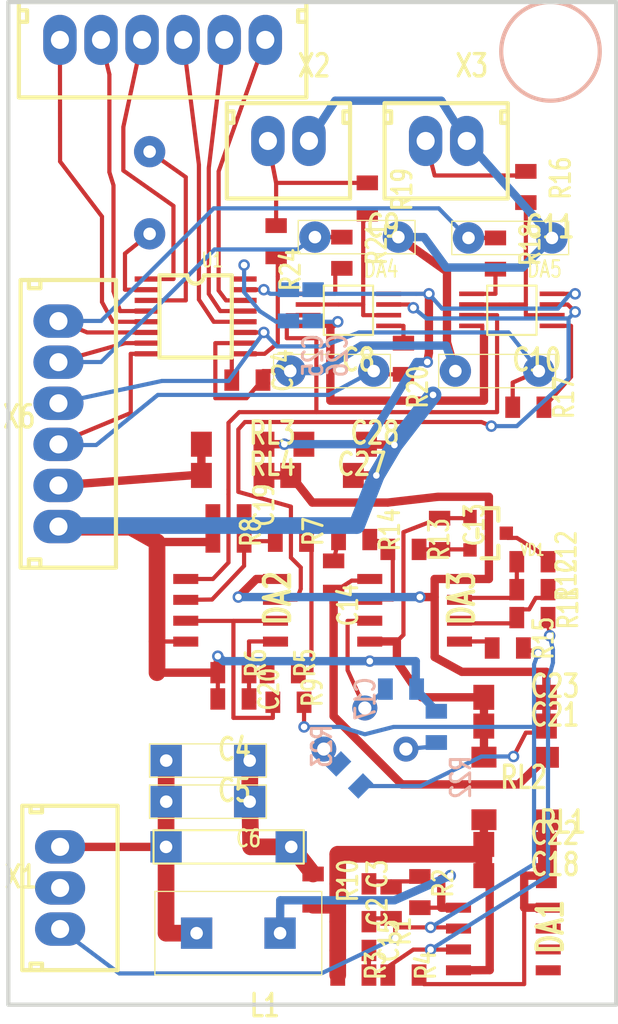
<source format=kicad_pcb>
(kicad_pcb (version 4) (host pcbnew 4.0.1-stable)

  (general
    (links 137)
    (no_connects 4)
    (area 69.403479 -3.820399 107.137001 62.312534)
    (thickness 1.6)
    (drawings 5)
    (tracks 460)
    (zones 0)
    (modules 72)
    (nets 51)
  )

  (page A4)
  (layers
    (0 F.Cu signal)
    (31 B.Cu signal)
    (32 B.Adhes user)
    (33 F.Adhes user)
    (34 B.Paste user)
    (35 F.Paste user)
    (36 B.SilkS user)
    (37 F.SilkS user)
    (38 B.Mask user)
    (39 F.Mask user)
    (40 Dwgs.User user)
    (41 Cmts.User user)
    (42 Eco1.User user)
    (43 Eco2.User user)
    (44 Edge.Cuts user)
    (45 Margin user)
    (46 B.CrtYd user)
    (47 F.CrtYd user)
    (48 B.Fab user)
    (49 F.Fab user)
  )

  (setup
    (last_trace_width 0.25)
    (trace_clearance 0.2)
    (zone_clearance 0.508)
    (zone_45_only no)
    (trace_min 0.2)
    (segment_width 0.2)
    (edge_width 0.15)
    (via_size 0.6)
    (via_drill 0.4)
    (via_min_size 0.4)
    (via_min_drill 0.3)
    (uvia_size 0.3)
    (uvia_drill 0.1)
    (uvias_allowed no)
    (uvia_min_size 0.2)
    (uvia_min_drill 0.1)
    (pcb_text_width 0.3)
    (pcb_text_size 1.5 1.5)
    (mod_edge_width 0.15)
    (mod_text_size 1 1)
    (mod_text_width 0.15)
    (pad_size 1.524 1.524)
    (pad_drill 0.762)
    (pad_to_mask_clearance 0.2)
    (aux_axis_origin 0 0)
    (visible_elements FFFFFF7F)
    (pcbplotparams
      (layerselection 0x00030_80000001)
      (usegerberextensions false)
      (excludeedgelayer true)
      (linewidth 0.100000)
      (plotframeref false)
      (viasonmask false)
      (mode 1)
      (useauxorigin false)
      (hpglpennumber 1)
      (hpglpenspeed 20)
      (hpglpendiameter 15)
      (hpglpenoverlay 2)
      (psnegative false)
      (psa4output false)
      (plotreference true)
      (plotvalue true)
      (plotinvisibletext false)
      (padsonsilk false)
      (subtractmaskfromsilk false)
      (outputformat 1)
      (mirror false)
      (drillshape 1)
      (scaleselection 1)
      (outputdirectory ""))
  )

  (net 0 "")
  (net 1 NET00000)
  (net 2 NET00001)
  (net 3 NET00002)
  (net 4 NET00003)
  (net 5 1_V+)
  (net 6 V+REG)
  (net 7 HI_COMP)
  (net 8 LO_COMP)
  (net 9 REF_0)
  (net 10 SIN_COMP)
  (net 11 GND)
  (net 12 NET00005)
  (net 13 SYNC_0)
  (net 14 NET00007)
  (net 15 NET00011)
  (net 16 NET00012)
  (net 17 NET00013)
  (net 18 MCLK)
  (net 19 NET00018)
  (net 20 SYNC_1)
  (net 21 NET00016)
  (net 22 NET00017)
  (net 23 NET00019)
  (net 24 NET00020)
  (net 25 NET00021)
  (net 26 REF_PEM)
  (net 27 NET00022)
  (net 28 NET00025)
  (net 29 NET00024)
  (net 30 DMD1-)
  (net 31 DMD2+)
  (net 32 NET00023)
  (net 33 CS)
  (net 34 NET00031)
  (net 35 DMD2-)
  (net 36 DMD1+)
  (net 37 SCLK)
  (net 38 DIN)
  (net 39 DOUT)
  (net 40 DRDY)
  (net 41 NET00004)
  (net 42 NET00014)
  (net 43 RESET)
  (net 44 NET00029)
  (net 45 SGND)
  (net 46 1:Z+I)
  (net 47 MCLK_OUT)
  (net 48 AGND)
  (net 49 2_V+)
  (net 50 V+)

  (net_class Default "This is the default net class."
    (clearance 0.2)
    (trace_width 0.25)
    (via_dia 0.6)
    (via_drill 0.4)
    (uvia_dia 0.3)
    (uvia_drill 0.1)
    (add_net 1:Z+I)
    (add_net 1_V+)
    (add_net 2_V+)
    (add_net AGND)
    (add_net CS)
    (add_net DIN)
    (add_net DMD1+)
    (add_net DMD1-)
    (add_net DMD2+)
    (add_net DMD2-)
    (add_net DOUT)
    (add_net DRDY)
    (add_net GND)
    (add_net HI_COMP)
    (add_net LO_COMP)
    (add_net MCLK)
    (add_net MCLK_OUT)
    (add_net NET00000)
    (add_net NET00001)
    (add_net NET00002)
    (add_net NET00003)
    (add_net NET00004)
    (add_net NET00005)
    (add_net NET00007)
    (add_net NET00011)
    (add_net NET00012)
    (add_net NET00013)
    (add_net NET00014)
    (add_net NET00016)
    (add_net NET00017)
    (add_net NET00018)
    (add_net NET00019)
    (add_net NET00020)
    (add_net NET00021)
    (add_net NET00022)
    (add_net NET00023)
    (add_net NET00024)
    (add_net NET00025)
    (add_net NET00029)
    (add_net NET00031)
    (add_net REF_0)
    (add_net REF_PEM)
    (add_net RESET)
    (add_net SCLK)
    (add_net SGND)
    (add_net SIN_COMP)
    (add_net SYNC_0)
    (add_net SYNC_1)
    (add_net V+)
    (add_net V+REG)
  )

  (module "" (layer F.Cu) (tedit 0) (tstamp 0)
    (at 78.61 14.11)
    (fp_text reference "" (at 0 0) (layer F.SilkS)
      (effects (font (thickness 0.15)))
    )
    (fp_text value "" (at 0 0) (layer F.SilkS)
      (effects (font (thickness 0.15)))
    )
    (pad "" thru_hole circle (at 0 0 270) (size 1.905 1.905) (drill 0.762) (layers *.Cu *.Mask)
      (net 18 MCLK))
  )

  (module "" (layer F.Cu) (tedit 0) (tstamp 0)
    (at 78.61 9.11)
    (fp_text reference "" (at 0 0) (layer F.SilkS)
      (effects (font (thickness 0.15)))
    )
    (fp_text value "" (at 0 0) (layer F.SilkS)
      (effects (font (thickness 0.15)))
    )
    (pad "" thru_hole circle (at 0 0 270) (size 1.905 1.905) (drill 0.762) (layers *.Cu *.Mask)
      (net 47 MCLK_OUT))
  )

  (module C0805_MINI_1 (layer F.Cu) (tedit 0) (tstamp 0)
    (at 84.66 42.41 180)
    (attr smd)
    (fp_text reference C20 (at -1.216667 0.592667 450) (layer F.SilkS)
      (effects (font (size 1.185333 0.889) (thickness 0.1778)))
    )
    (fp_text value 0.1 (at 0 0 180) (layer F.SilkS) hide
      (effects (font (size 0 0)))
    )
    (pad 2 smd rect (at 1.9 0 180) (size 0.9 1.3) (layers F.Cu F.Paste F.Mask)
      (net 11 GND))
    (pad 1 smd rect (at 0 0 180) (size 0.9 1.3) (layers F.Cu F.Paste F.Mask)
      (net 7 HI_COMP))
  )

  (module C0805_MINI_1 (layer F.Cu) (tedit 0) (tstamp 0)
    (at 84.36 31.21 180)
    (attr smd)
    (fp_text reference C19 (at -1.216667 0.592667 450) (layer F.SilkS)
      (effects (font (size 1.185333 0.889) (thickness 0.1778)))
    )
    (fp_text value 0.1 (at 0 0 180) (layer F.SilkS) hide
      (effects (font (size 0 0)))
    )
    (pad 2 smd rect (at 1.9 0 180) (size 0.9 1.3) (layers F.Cu F.Paste F.Mask)
      (net 11 GND))
    (pad 1 smd rect (at 0 0 180) (size 0.9 1.3) (layers F.Cu F.Paste F.Mask)
      (net 8 LO_COMP))
  )

  (module C0805_MINI_1 (layer F.Cu) (tedit 0) (tstamp 0)
    (at 85.51 23.01 180)
    (attr smd)
    (fp_text reference C24 (at -1.216667 0.592667 450) (layer F.SilkS)
      (effects (font (size 1.185333 0.889) (thickness 0.1778)))
    )
    (fp_text value 0.1 (at 0 0 180) (layer F.SilkS) hide
      (effects (font (size 0 0)))
    )
    (pad 2 smd rect (at 1.9 0 180) (size 0.9 1.3) (layers F.Cu F.Paste F.Mask)
      (net 34 NET00031))
    (pad 1 smd rect (at 0 0 180) (size 0.9 1.3) (layers F.Cu F.Paste F.Mask)
      (net 48 AGND))
  )

  (module R0805_MINI_1 (layer F.Cu) (tedit 0) (tstamp 0)
    (at 86.31 13.61 270)
    (attr smd)
    (fp_text reference R24 (at 2.678 -0.871569 270) (layer F.SilkS)
      (effects (font (size 1.185333 0.889) (thickness 0.1778)))
    )
    (fp_text value 100k (at 0 0 270) (layer F.SilkS) hide
      (effects (font (size 0 0)))
    )
    (pad 2 smd rect (at 1.9 0 270) (size 0.9 1.3) (layers F.Cu F.Paste F.Mask)
      (net 34 NET00031))
    (pad 1 smd rect (at 0 0 270) (size 0.9 1.3) (layers F.Cu F.Paste F.Mask)
      (net 46 1:Z+I))
  )

  (module C0805_MINI_1 (layer F.Cu) (tedit 0) (tstamp 0)
    (at 91.96 57.71 180)
    (attr smd)
    (fp_text reference C15 (at -1.216667 0.592667 450) (layer F.SilkS)
      (effects (font (size 1.185333 0.889) (thickness 0.1778)))
    )
    (fp_text value 0.22 (at 0 0 180) (layer F.SilkS) hide
      (effects (font (size 0 0)))
    )
    (pad 2 smd rect (at 1.9 0 180) (size 0.9 1.3) (layers F.Cu F.Paste F.Mask)
      (net 45 SGND))
    (pad 1 smd rect (at 0 0 180) (size 0.9 1.3) (layers F.Cu F.Paste F.Mask)
      (net 9 REF_0))
  )

  (module R0805_MINI_1 (layer F.Cu) (tedit 0) (tstamp 0)
    (at 93.11 59.21)
    (attr smd)
    (fp_text reference R4 (at 2.311111 -0.592667 90) (layer F.SilkS)
      (effects (font (size 1.185333 0.889) (thickness 0.1778)))
    )
    (fp_text value 1k (at 0 0) (layer F.SilkS) hide
      (effects (font (size 0 0)))
    )
    (pad 2 smd rect (at 1.9 0) (size 0.9 1.3) (layers F.Cu F.Paste F.Mask)
      (net 6 V+REG))
    (pad 1 smd rect (at 0 0) (size 0.9 1.3) (layers F.Cu F.Paste F.Mask)
      (net 9 REF_0))
  )

  (module C0805_MINI_1 (layer F.Cu) (tedit 0) (tstamp 0)
    (at 91.96 53.66 180)
    (attr smd)
    (fp_text reference C3 (at -0.511111 0.592667 450) (layer F.SilkS)
      (effects (font (size 1.185333 0.889) (thickness 0.1778)))
    )
    (fp_text value 0.22 (at 0 0 180) (layer F.SilkS) hide
      (effects (font (size 0 0)))
    )
    (pad 2 smd rect (at 1.9 0 180) (size 0.9 1.3) (layers F.Cu F.Paste F.Mask)
      (net 45 SGND))
    (pad 1 smd rect (at 0 0 180) (size 0.9 1.3) (layers F.Cu F.Paste F.Mask)
      (net 4 NET00003))
  )

  (module "" (layer F.Cu) (tedit 0) (tstamp 0)
    (at 94.21 45.46)
    (fp_text reference "" (at 0 0) (layer F.SilkS)
      (effects (font (thickness 0.15)))
    )
    (fp_text value "" (at 0 0) (layer F.SilkS)
      (effects (font (thickness 0.15)))
    )
    (pad "" thru_hole circle (at 0 0 270) (size 1.524 1.524) (drill 0.8) (layers *.Cu *.Mask)
      (net 41 NET00004))
  )

  (module "" (layer F.Cu) (tedit 0) (tstamp 0)
    (at 91.71 42.96)
    (fp_text reference "" (at 0 0) (layer F.SilkS)
      (effects (font (thickness 0.15)))
    )
    (fp_text value "" (at 0 0) (layer F.SilkS)
      (effects (font (thickness 0.15)))
    )
    (pad "" thru_hole circle (at 0 0 270) (size 1.524 1.524) (drill 0.8) (layers *.Cu *.Mask)
      (net 26 REF_PEM))
  )

  (module R0805_MINI_1 (layer F.Cu) (tedit 0) (tstamp 0)
    (at 94.06 20.76 270)
    (attr smd)
    (fp_text reference R20 (at 2.678 -0.871569 270) (layer F.SilkS)
      (effects (font (size 1.185333 0.889) (thickness 0.1778)))
    )
    (fp_text value 1k (at 0 0 270) (layer F.SilkS) hide
      (effects (font (size 0 0)))
    )
    (pad 2 smd rect (at 1.9 0 270) (size 0.9 1.3) (layers F.Cu F.Paste F.Mask)
      (net 30 DMD1-))
    (pad 1 smd rect (at 0 0 270) (size 0.9 1.3) (layers F.Cu F.Paste F.Mask)
      (net 14 NET00007))
  )

  (module R0805_MINI_1 (layer F.Cu) (tedit 0) (tstamp 0)
    (at 91.86 12.91 90)
    (attr smd)
    (fp_text reference R19 (at 1.492667 2.116667 270) (layer F.SilkS)
      (effects (font (size 1.185333 0.889) (thickness 0.1778)))
    )
    (fp_text value 1k (at 0 0 90) (layer F.SilkS) hide
      (effects (font (size 0 0)))
    )
    (pad 2 smd rect (at 1.9 0 90) (size 0.9 1.3) (layers F.Cu F.Paste F.Mask)
      (net 46 1:Z+I))
    (pad 1 smd rect (at 0 0 90) (size 0.9 1.3) (layers F.Cu F.Paste F.Mask)
      (net 21 NET00016))
  )

  (module C1206_1 (layer F.Cu) (tedit 0) (tstamp 0)
    (at 102.76 51.26 180)
    (attr smd)
    (fp_text reference C22 (at -0.514048 0.677333 360) (layer F.SilkS)
      (effects (font (size 1.354667 1.016) (thickness 0.2032)))
    )
    (fp_text value 10,0 (at 0 0 180) (layer F.SilkS) hide
      (effects (font (size 0 0)))
    )
    (pad 1 smd rect (at 0 0 180) (size 1.27 1.524) (layers F.Cu F.Paste F.Mask)
      (net 6 V+REG))
    (pad 2 smd rect (at 3.81 0 180) (size 1.27 1.524) (layers F.Cu F.Paste F.Mask)
      (net 45 SGND))
  )

  (module C1206_1 (layer F.Cu) (tedit 0) (tstamp 0)
    (at 102.76 53.16 180)
    (attr smd)
    (fp_text reference C18 (at -0.514048 0.677333 360) (layer F.SilkS)
      (effects (font (size 1.354667 1.016) (thickness 0.2032)))
    )
    (fp_text value 10,0 (at 0 0 180) (layer F.SilkS) hide
      (effects (font (size 0 0)))
    )
    (pad 1 smd rect (at 0 0 180) (size 1.27 1.524) (layers F.Cu F.Paste F.Mask)
      (net 6 V+REG))
    (pad 2 smd rect (at 3.81 0 180) (size 1.27 1.524) (layers F.Cu F.Paste F.Mask)
      (net 45 SGND))
  )

  (module C1206_1 (layer F.Cu) (tedit 0) (tstamp 0)
    (at 102.76 42.31 180)
    (attr smd)
    (fp_text reference C23 (at -0.514048 0.677333 360) (layer F.SilkS)
      (effects (font (size 1.354667 1.016) (thickness 0.2032)))
    )
    (fp_text value 10,0 (at 0 0 180) (layer F.SilkS) hide
      (effects (font (size 0 0)))
    )
    (pad 1 smd rect (at 0 0 180) (size 1.27 1.524) (layers F.Cu F.Paste F.Mask)
      (net 49 2_V+))
    (pad 2 smd rect (at 3.81 0 180) (size 1.27 1.524) (layers F.Cu F.Paste F.Mask)
      (net 11 GND))
  )

  (module C1206_1 (layer F.Cu) (tedit 0) (tstamp 0)
    (at 102.76 44.06 180)
    (attr smd)
    (fp_text reference C21 (at -0.514048 0.677333 360) (layer F.SilkS)
      (effects (font (size 1.354667 1.016) (thickness 0.2032)))
    )
    (fp_text value 10,0 (at 0 0 180) (layer F.SilkS) hide
      (effects (font (size 0 0)))
    )
    (pad 1 smd rect (at 0 0 180) (size 1.27 1.524) (layers F.Cu F.Paste F.Mask)
      (net 49 2_V+))
    (pad 2 smd rect (at 3.81 0 180) (size 1.27 1.524) (layers F.Cu F.Paste F.Mask)
      (net 11 GND))
  )

  (module R0805_MINI_1 (layer F.Cu) (tedit 0) (tstamp 0)
    (at 101.36 39.31 180)
    (attr smd)
    (fp_text reference R15 (at -1.216667 0.592667 450) (layer F.SilkS)
      (effects (font (size 1.185333 0.889) (thickness 0.1778)))
    )
    (fp_text value 1k (at 0 0 180) (layer F.SilkS) hide
      (effects (font (size 0 0)))
    )
    (pad 2 smd rect (at 1.9 0 180) (size 0.9 1.3) (layers F.Cu F.Paste F.Mask)
      (net 28 NET00025))
    (pad 1 smd rect (at 0 0 180) (size 0.9 1.3) (layers F.Cu F.Paste F.Mask)
      (net 3 NET00002))
  )

  (module R0805_MINI_1 (layer F.Cu) (tedit 0) (tstamp 0)
    (at 100.96 35.76)
    (attr smd)
    (fp_text reference R12 (at 3.016667 -0.592667 90) (layer F.SilkS)
      (effects (font (size 1.185333 0.889) (thickness 0.1778)))
    )
    (fp_text value 22k (at 0 0) (layer F.SilkS) hide
      (effects (font (size 0 0)))
    )
    (pad 2 smd rect (at 1.9 0) (size 0.9 1.3) (layers F.Cu F.Paste F.Mask)
      (net 25 NET00021))
    (pad 1 smd rect (at 0 0) (size 0.9 1.3) (layers F.Cu F.Paste F.Mask)
      (net 19 NET00018))
  )

  (module R0805_MINI_1 (layer F.Cu) (tedit 0) (tstamp 0)
    (at 102.86 37.46 180)
    (attr smd)
    (fp_text reference R11 (at -1.216667 0.592667 450) (layer F.SilkS)
      (effects (font (size 1.185333 0.889) (thickness 0.1778)))
    )
    (fp_text value 11k (at 0 0 180) (layer F.SilkS) hide
      (effects (font (size 0 0)))
    )
    (pad 2 smd rect (at 1.9 0 180) (size 0.9 1.3) (layers F.Cu F.Paste F.Mask)
      (net 25 NET00021))
    (pad 1 smd rect (at 0 0 180) (size 0.9 1.3) (layers F.Cu F.Paste F.Mask)
      (net 9 REF_0))
  )

  (module C_1 (layer F.Cu) (tedit 0) (tstamp 0)
    (at 100.56 14.36)
    (attr smd)
    (fp_text reference C11 (at 2.419048 -0.677333) (layer F.SilkS)
      (effects (font (size 1.354667 1.016) (thickness 0.2032)))
    )
    (fp_text value {Value} (at 0 0) (layer F.SilkS) hide
      (effects (font (size 0 0)))
    )
    (fp_line (start 3.556 1.016) (end -3.556 1.016) (layer F.SilkS) (width 0.0762))
    (fp_line (start -3.556 1.016) (end -3.556 -1.016) (layer F.SilkS) (width 0.0762))
    (fp_line (start -3.556 -1.016) (end 3.556 -1.016) (layer F.SilkS) (width 0.0762))
    (fp_line (start 3.556 -1.016) (end 3.556 1.016) (layer F.SilkS) (width 0.0762))
    (pad 2 thru_hole circle (at 2.54 0) (size 1.905 1.905) (drill 0.762) (layers *.Cu *.Mask)
      (net 48 AGND))
    (pad 1 thru_hole circle (at -2.54 0) (size 1.905 1.905) (drill 0.762) (layers *.Cu *.Mask)
      (net 31 DMD2+))
  )

  (module R0805_MINI_1 (layer F.Cu) (tedit 0) (tstamp 0)
    (at 99.66 16.26 90)
    (attr smd)
    (fp_text reference R18 (at 1.492667 2.116667 270) (layer F.SilkS)
      (effects (font (size 1.185333 0.889) (thickness 0.1778)))
    )
    (fp_text value 1k (at 0 0 90) (layer F.SilkS) hide
      (effects (font (size 0 0)))
    )
    (pad 2 smd rect (at 1.9 0 90) (size 0.9 1.3) (layers F.Cu F.Paste F.Mask)
      (net 31 DMD2+))
    (pad 1 smd rect (at 0 0 90) (size 0.9 1.3) (layers F.Cu F.Paste F.Mask)
      (net 17 NET00013))
  )

  (module R0805_MINI_1 (layer F.Cu) (tedit 0) (tstamp 0)
    (at 85.76 40.81)
    (attr smd)
    (fp_text reference R5 (at 2.311111 -0.592667 90) (layer F.SilkS)
      (effects (font (size 1.185333 0.889) (thickness 0.1778)))
    )
    (fp_text value 1k (at 0 0) (layer F.SilkS) hide
      (effects (font (size 0 0)))
    )
    (pad 2 smd rect (at 1.9 0) (size 0.9 1.3) (layers F.Cu F.Paste F.Mask)
      (net 44 NET00029))
    (pad 1 smd rect (at 0 0) (size 0.9 1.3) (layers F.Cu F.Paste F.Mask)
      (net 7 HI_COMP))
  )

  (module R0805_MINI_1 (layer F.Cu) (tedit 0) (tstamp 0)
    (at 82.76 40.81)
    (attr smd)
    (fp_text reference R6 (at 2.311111 -0.592667 90) (layer F.SilkS)
      (effects (font (size 1.185333 0.889) (thickness 0.1778)))
    )
    (fp_text value 1k (at 0 0) (layer F.SilkS) hide
      (effects (font (size 0 0)))
    )
    (pad 2 smd rect (at 1.9 0) (size 0.9 1.3) (layers F.Cu F.Paste F.Mask)
      (net 7 HI_COMP))
    (pad 1 smd rect (at 0 0) (size 0.9 1.3) (layers F.Cu F.Paste F.Mask)
      (net 11 GND))
  )

  (module R0805_MINI_1 (layer F.Cu) (tedit 0) (tstamp 0)
    (at 86.26 32.81)
    (attr smd)
    (fp_text reference R7 (at 2.311111 -0.592667 90) (layer F.SilkS)
      (effects (font (size 1.185333 0.889) (thickness 0.1778)))
    )
    (fp_text value 1k (at 0 0) (layer F.SilkS) hide
      (effects (font (size 0 0)))
    )
    (pad 2 smd rect (at 1.9 0) (size 0.9 1.3) (layers F.Cu F.Paste F.Mask)
      (net 44 NET00029))
    (pad 1 smd rect (at 0 0) (size 0.9 1.3) (layers F.Cu F.Paste F.Mask)
      (net 8 LO_COMP))
  )

  (module C0805_MINI_1 (layer B.Cu) (tedit 0) (tstamp 0)
    (at 87.06 19.41 270)
    (attr smd)
    (fp_text reference C25 (at 2.116667 -1.492667 450) (layer B.SilkS)
      (effects (font (size 1.185333 0.889) (thickness 0.1778)) (justify mirror))
    )
    (fp_text value 0.1 (at 0 0 270) (layer B.SilkS) hide
      (effects (font (size 0 0)) (justify mirror))
    )
    (pad 2 smd rect (at -1.9 0 270) (size 0.9 1.3) (layers B.Cu B.Paste B.Mask)
      (net 5 1_V+))
    (pad 1 smd rect (at 0 0 270) (size 0.9 1.3) (layers B.Cu B.Paste B.Mask)
      (net 11 GND))
  )

  (module C0805_MINI_1 (layer F.Cu) (tedit 0) (tstamp 0)
    (at 91.96 55.96 180)
    (attr smd)
    (fp_text reference C2 (at -0.511111 0.592667 450) (layer F.SilkS)
      (effects (font (size 1.185333 0.889) (thickness 0.1778)))
    )
    (fp_text value 6n8 (at 0 0 180) (layer F.SilkS) hide
      (effects (font (size 0 0)))
    )
    (pad 2 smd rect (at 1.9 0 180) (size 0.9 1.3) (layers F.Cu F.Paste F.Mask)
      (net 45 SGND))
    (pad 1 smd rect (at 0 0 180) (size 0.9 1.3) (layers F.Cu F.Paste F.Mask)
      (net 3 NET00002))
  )

  (module C0805_MINI_1 (layer B.Cu) (tedit 0) (tstamp 0)
    (at 92.96 41.81 180)
    (attr smd)
    (fp_text reference C17 (at 1.216667 -0.592667 450) (layer B.SilkS)
      (effects (font (size 1.185333 0.889) (thickness 0.1778)) (justify mirror))
    )
    (fp_text value 0.22 (at 0 0 180) (layer B.SilkS) hide
      (effects (font (size 0 0)) (justify mirror))
    )
    (pad 2 smd rect (at -1.9 0 180) (size 0.9 1.3) (layers B.Cu B.Paste B.Mask)
      (net 11 GND))
    (pad 1 smd rect (at 0 0 180) (size 0.9 1.3) (layers B.Cu B.Paste B.Mask)
      (net 26 REF_PEM))
  )

  (module R0805_MINI_1 (layer F.Cu) (tedit 0) (tstamp 0)
    (at 92.01 32.71 180)
    (attr smd)
    (fp_text reference R14 (at -1.216667 0.592667 450) (layer F.SilkS)
      (effects (font (size 1.185333 0.889) (thickness 0.1778)))
    )
    (fp_text value 1k (at 0 0 180) (layer F.SilkS) hide
      (effects (font (size 0 0)))
    )
    (pad 2 smd rect (at 1.9 0 180) (size 0.9 1.3) (layers F.Cu F.Paste F.Mask)
      (net 29 NET00024))
    (pad 1 smd rect (at 0 0 180) (size 0.9 1.3) (layers F.Cu F.Paste F.Mask)
      (net 27 NET00022))
  )

  (module R0805_MINI_1 (layer F.Cu) (tedit 0) (tstamp 0)
    (at 95.01 33.31 180)
    (attr smd)
    (fp_text reference R13 (at -1.216667 0.592667 450) (layer F.SilkS)
      (effects (font (size 1.185333 0.889) (thickness 0.1778)))
    )
    (fp_text value 1k (at 0 0 180) (layer F.SilkS) hide
      (effects (font (size 0 0)))
    )
    (pad 2 smd rect (at 1.9 0 180) (size 0.9 1.3) (layers F.Cu F.Paste F.Mask)
      (net 27 NET00022))
    (pad 1 smd rect (at 0 0 180) (size 0.9 1.3) (layers F.Cu F.Paste F.Mask)
      (net 24 NET00020))
  )

  (module R0805_MINI_1 (layer F.Cu) (tedit 0) (tstamp 0)
    (at 95.06 55.11 90)
    (attr smd)
    (fp_text reference R2 (at 1.492667 1.411111 270) (layer F.SilkS)
      (effects (font (size 1.185333 0.889) (thickness 0.1778)))
    )
    (fp_text value 51k (at 0 0 90) (layer F.SilkS) hide
      (effects (font (size 0 0)))
    )
    (pad 2 smd rect (at 1.9 0 90) (size 0.9 1.3) (layers F.Cu F.Paste F.Mask)
      (net 4 NET00003))
    (pad 1 smd rect (at 0 0 90) (size 0.9 1.3) (layers F.Cu F.Paste F.Mask)
      (net 1 NET00000))
  )

  (module R0805_MINI_1 (layer F.Cu) (tedit 0) (tstamp 0)
    (at 93.31 53.86 270)
    (attr smd)
    (fp_text reference R1 (at 2.678 -0.581046 270) (layer F.SilkS)
      (effects (font (size 1.185333 0.889) (thickness 0.1778)))
    )
    (fp_text value 100k (at 0 0 270) (layer F.SilkS) hide
      (effects (font (size 0 0)))
    )
    (pad 2 smd rect (at 1.9 0 270) (size 0.9 1.3) (layers F.Cu F.Paste F.Mask)
      (net 3 NET00002))
    (pad 1 smd rect (at 0 0 270) (size 0.9 1.3) (layers F.Cu F.Paste F.Mask)
      (net 4 NET00003))
  )

  (module C0805_MINI_1 (layer F.Cu) (tedit 0) (tstamp 0)
    (at 100.96 34.06)
    (attr smd)
    (fp_text reference C12 (at 3.016667 -0.592667 90) (layer F.SilkS)
      (effects (font (size 1.185333 0.889) (thickness 0.1778)))
    )
    (fp_text value 0.1 (at 0 0) (layer F.SilkS) hide
      (effects (font (size 0 0)))
    )
    (pad 2 smd rect (at 1.9 0) (size 0.9 1.3) (layers F.Cu F.Paste F.Mask)
      (net 23 NET00019))
    (pad 1 smd rect (at 0 0) (size 0.9 1.3) (layers F.Cu F.Paste F.Mask)
      (net 19 NET00018))
  )

  (module BAT54S_1 (layer F.Cu) (tedit 0) (tstamp 0)
    (at 98.11 31.31 270)
    (attr smd)
    (fp_text reference VD1 (at 2.032 -3.800039 540) (layer F.SilkS)
      (effects (font (size 0.677333 0.508) (thickness 0.127)))
    )
    (fp_text value "" (at 0 0 270) (layer F.SilkS) hide
      (effects (font (size 0 0)))
    )
    (fp_line (start -0.508 -0.7112) (end -0.508 -1.7272) (layer F.SilkS) (width 0.254))
    (fp_line (start 0.762 -0.4572) (end 1.27 -0.4572) (layer F.SilkS) (width 0.254))
    (fp_line (start 1.778 -1.7272) (end 2.54 -1.7272) (layer F.SilkS) (width 0.254))
    (fp_line (start 2.54 -0.7112) (end 2.54 -1.7272) (layer F.SilkS) (width 0.254))
    (fp_line (start -0.508 -1.7272) (end 0.254 -1.7272) (layer F.SilkS) (width 0.254))
    (pad 2 smd rect (at 2.032 0 270) (size 0.8128 0.8128) (layers F.Cu F.Paste F.Mask)
      (net 24 NET00020))
    (pad 3 smd rect (at 1.016 -2.2098 270) (size 0.8128 0.8128) (layers F.Cu F.Paste F.Mask)
      (net 23 NET00019))
    (pad 1 smd rect (at 0 0 270) (size 0.8128 0.8128) (layers F.Cu F.Paste F.Mask)
      (net 11 GND))
  )

  (module R1206_1 (layer F.Cu) (tedit 0) (tstamp 0)
    (at 98.96 49.76 90)
    (attr smd)
    (fp_text reference RL2 (at 2.582333 2.419048 180) (layer F.SilkS)
      (effects (font (size 1.354667 1.016) (thickness 0.2032)))
    )
    (fp_text value {Value} (at 0 0 90) (layer F.SilkS) hide
      (effects (font (size 0 0)))
    )
    (pad 1 smd rect (at 0 0 90) (size 1.27 1.524) (layers F.Cu F.Paste F.Mask)
      (net 45 SGND))
    (pad 2 smd rect (at 3.81 0 90) (size 1.27 1.524) (layers F.Cu F.Paste F.Mask)
      (net 11 GND))
  )

  (module R1206_1 (layer F.Cu) (tedit 0) (tstamp 0)
    (at 102.76 45.96 270)
    (attr smd)
    (fp_text reference RL1 (at 3.937 -0.996078 540) (layer F.SilkS)
      (effects (font (size 1.354667 1.016) (thickness 0.2032)))
    )
    (fp_text value {Value} (at 0 0 270) (layer F.SilkS) hide
      (effects (font (size 0 0)))
    )
    (pad 1 smd rect (at 0 0 270) (size 1.27 1.524) (layers F.Cu F.Paste F.Mask)
      (net 44 NET00029))
    (pad 2 smd rect (at 3.81 0 270) (size 1.27 1.524) (layers F.Cu F.Paste F.Mask)
      (net 6 V+REG))
  )

  (module MAX4642_1 (layer F.Cu) (tedit 0) (tstamp 0)
    (at 98.21 17.76)
    (attr smd)
    (fp_text reference DA5 (at 4.435714 -1.5) (layer F.SilkS)
      (effects (font (size 1 0.75) (thickness 0.127)))
    )
    (fp_text value "" (at 0 0) (layer F.SilkS) hide
      (effects (font (size 0 0)))
    )
    (fp_line (start 0.95 2.5) (end 0.95 -0.5) (layer F.SilkS) (width 0.127))
    (fp_line (start 3.95 -0.5) (end 3.95 2.5) (layer F.SilkS) (width 0.127))
    (fp_line (start 0.95 -0.5) (end 3.95 -0.5) (layer F.SilkS) (width 0.127))
    (fp_line (start 3.95 2.5) (end 0.95 2.5) (layer F.SilkS) (width 0.127))
    (pad 1 smd rect (at 0 0) (size 1.52 0.28) (layers F.Cu F.Paste F.Mask)
      (net 17 NET00013))
    (pad 4 smd rect (at 0 1.95) (size 1.52 0.28) (layers F.Cu F.Paste F.Mask)
      (net 11 GND))
    (pad 3 smd rect (at 0 1.3) (size 1.52 0.28) (layers F.Cu F.Paste F.Mask)
      (net 20 SYNC_1))
    (pad 2 smd rect (at 0 0.65) (size 1.52 0.28) (layers F.Cu F.Paste F.Mask)
      (net 22 NET00017))
    (pad 8 smd rect (at 4.9 0) (size 1.52 0.28) (layers F.Cu F.Paste F.Mask)
      (net 5 1_V+))
    (pad 5 smd rect (at 4.9 1.95) (size 1.52 0.28) (layers F.Cu F.Paste F.Mask)
      (net 16 NET00012))
    (pad 6 smd rect (at 4.9 1.3) (size 1.52 0.28) (layers F.Cu F.Paste F.Mask)
      (net 22 NET00017))
    (pad 7 smd rect (at 4.9 0.65) (size 1.52 0.28) (layers F.Cu F.Paste F.Mask)
      (net 13 SYNC_0))
  )

  (module R0805_MINI_1 (layer F.Cu) (tedit 0) (tstamp 0)
    (at 101.51 12.21 90)
    (attr smd)
    (fp_text reference R16 (at 1.492667 2.116667 270) (layer F.SilkS)
      (effects (font (size 1.185333 0.889) (thickness 0.1778)))
    )
    (fp_text value 1k (at 0 0 90) (layer F.SilkS) hide
      (effects (font (size 0 0)))
    )
    (pad 2 smd rect (at 1.9 0 90) (size 0.9 1.3) (layers F.Cu F.Paste F.Mask)
      (net 32 NET00023))
    (pad 1 smd rect (at 0 0 90) (size 0.9 1.3) (layers F.Cu F.Paste F.Mask)
      (net 22 NET00017))
  )

  (module R0805_MINI_1 (layer F.Cu) (tedit 0) (tstamp 0)
    (at 102.61 24.66 180)
    (attr smd)
    (fp_text reference R17 (at -1.216667 0.592667 450) (layer F.SilkS)
      (effects (font (size 1.185333 0.889) (thickness 0.1778)))
    )
    (fp_text value 1k (at 0 0 180) (layer F.SilkS) hide
      (effects (font (size 0 0)))
    )
    (pad 2 smd rect (at 1.9 0 180) (size 0.9 1.3) (layers F.Cu F.Paste F.Mask)
      (net 35 DMD2-))
    (pad 1 smd rect (at 0 0 180) (size 0.9 1.3) (layers F.Cu F.Paste F.Mask)
      (net 16 NET00012))
  )

  (module R0805_MINI_1 (layer F.Cu) (tedit 0) (tstamp 0)
    (at 90.06 59.21)
    (attr smd)
    (fp_text reference R3 (at 2.311111 -0.592667 90) (layer F.SilkS)
      (effects (font (size 1.185333 0.889) (thickness 0.1778)))
    )
    (fp_text value 1k (at 0 0) (layer F.SilkS) hide
      (effects (font (size 0 0)))
    )
    (pad 2 smd rect (at 1.9 0) (size 0.9 1.3) (layers F.Cu F.Paste F.Mask)
      (net 9 REF_0))
    (pad 1 smd rect (at 0 0) (size 0.9 1.3) (layers F.Cu F.Paste F.Mask)
      (net 45 SGND))
  )

  (module R0805_MINI_1 (layer F.Cu) (tedit 0) (tstamp 0)
    (at 88.01 42.61 180)
    (attr smd)
    (fp_text reference R9 (at -0.511111 0.592667 450) (layer F.SilkS)
      (effects (font (size 1.185333 0.889) (thickness 0.1778)))
    )
    (fp_text value 1k (at 0 0 180) (layer F.SilkS) hide
      (effects (font (size 0 0)))
    )
    (pad 2 smd rect (at 1.9 0 180) (size 0.9 1.3) (layers F.Cu F.Paste F.Mask)
      (net 10 SIN_COMP))
    (pad 1 smd rect (at 0 0 180) (size 0.9 1.3) (layers F.Cu F.Paste F.Mask)
      (net 3 NET00002))
  )

  (module R0805_MINI_1 (layer B.Cu) (tedit 0) (tstamp 0)
    (at 96.06 45.06 270)
    (attr smd)
    (fp_text reference R22 (at 2.116667 -1.492667 450) (layer B.SilkS)
      (effects (font (size 1.185333 0.889) (thickness 0.1778)) (justify mirror))
    )
    (fp_text value 1k (at 0 0 270) (layer B.SilkS) hide
      (effects (font (size 0 0)) (justify mirror))
    )
    (pad 2 smd rect (at -1.9 0 270) (size 0.9 1.3) (layers B.Cu B.Paste B.Mask)
      (net 11 GND))
    (pad 1 smd rect (at 0 0 270) (size 0.9 1.3) (layers B.Cu B.Paste B.Mask)
      (net 41 NET00004))
  )

  (module "" (layer F.Cu) (tedit 0) (tstamp 0)
    (at 89.21 45.46)
    (fp_text reference "" (at 0 0) (layer F.SilkS)
      (effects (font (thickness 0.15)))
    )
    (fp_text value "" (at 0 0) (layer F.SilkS)
      (effects (font (thickness 0.15)))
    )
    (pad "" thru_hole circle (at 0 0 270) (size 1.524 1.524) (drill 0.8) (layers *.Cu *.Mask)
      (net 42 NET00014))
  )

  (module AD8397_1_1 (layer F.Cu) (tedit 0) (tstamp 0)
    (at 92.01 35.11)
    (attr smd)
    (fp_text reference DA3 (at 5.591667 1.169533 90) (layer F.SilkS)
      (effects (font (size 1.540933 1.1557) (thickness 0.254)))
    )
    (fp_text value "" (at 0 0) (layer F.SilkS) hide
      (effects (font (size 0 0)))
    )
    (pad 4 smd rect (at 0 3.81) (size 1.524 0.6096) (layers F.Cu F.Paste F.Mask)
      (net 11 GND))
    (pad 2 smd rect (at 0 1.27) (size 1.524 0.6096) (layers F.Cu F.Paste F.Mask)
      (net 27 NET00022))
    (pad 1 smd rect (at 0 0) (size 1.524 0.6096) (layers F.Cu F.Paste F.Mask)
      (net 44 NET00029))
    (pad 5 smd rect (at 5.461 3.81) (size 1.524 0.6096) (layers F.Cu F.Paste F.Mask)
      (net 28 NET00025))
    (pad 7 smd rect (at 5.461 1.27) (size 1.524 0.6096) (layers F.Cu F.Paste F.Mask)
      (net 19 NET00018))
    (pad 8 smd rect (at 5.461 0) (size 1.524 0.6096) (layers F.Cu F.Paste F.Mask)
      (net 49 2_V+))
    (pad 3 smd rect (at 0 2.54) (size 1.524 0.6096) (layers F.Cu F.Paste F.Mask)
      (net 26 REF_PEM))
    (pad 6 smd rect (at 5.461 2.54) (size 1.524 0.6096) (layers F.Cu F.Paste F.Mask)
      (net 25 NET00021))
  )

  (module C1206_1 (layer F.Cu) (tedit 0) (tstamp 0)
    (at 91.01 28.81 180)
    (attr smd)
    (fp_text reference C27 (at -0.514048 0.677333 360) (layer F.SilkS)
      (effects (font (size 1.354667 1.016) (thickness 0.2032)))
    )
    (fp_text value 10,0 (at 0 0 180) (layer F.SilkS) hide
      (effects (font (size 0 0)))
    )
    (pad 1 smd rect (at 0 0 180) (size 1.27 1.524) (layers F.Cu F.Paste F.Mask)
      (net 11 GND))
    (pad 2 smd rect (at 3.81 0 180) (size 1.27 1.524) (layers F.Cu F.Paste F.Mask)
      (net 49 2_V+))
  )

  (module C1206_1 (layer F.Cu) (tedit 0) (tstamp 0)
    (at 91.81 26.91 180)
    (attr smd)
    (fp_text reference C28 (at -0.514048 0.677333 360) (layer F.SilkS)
      (effects (font (size 1.354667 1.016) (thickness 0.2032)))
    )
    (fp_text value 10,0 (at 0 0 180) (layer F.SilkS) hide
      (effects (font (size 0 0)))
    )
    (pad 1 smd rect (at 0 0 180) (size 1.27 1.524) (layers F.Cu F.Paste F.Mask)
      (net 11 GND))
    (pad 2 smd rect (at 3.81 0 180) (size 1.27 1.524) (layers F.Cu F.Paste F.Mask)
      (net 5 1_V+))
  )

  (module C_1 (layer F.Cu) (tedit 0) (tstamp 0)
    (at 99.76 22.46)
    (attr smd)
    (fp_text reference C10 (at 2.419048 -0.677333) (layer F.SilkS)
      (effects (font (size 1.354667 1.016) (thickness 0.2032)))
    )
    (fp_text value {Value} (at 0 0) (layer F.SilkS) hide
      (effects (font (size 0 0)))
    )
    (fp_line (start 3.556 1.016) (end -3.556 1.016) (layer F.SilkS) (width 0.0762))
    (fp_line (start -3.556 1.016) (end -3.556 -1.016) (layer F.SilkS) (width 0.0762))
    (fp_line (start -3.556 -1.016) (end 3.556 -1.016) (layer F.SilkS) (width 0.0762))
    (fp_line (start 3.556 -1.016) (end 3.556 1.016) (layer F.SilkS) (width 0.0762))
    (pad 2 thru_hole circle (at 2.54 0) (size 1.905 1.905) (drill 0.762) (layers *.Cu *.Mask)
      (net 35 DMD2-))
    (pad 1 thru_hole circle (at -2.54 0) (size 1.905 1.905) (drill 0.762) (layers *.Cu *.Mask)
      (net 48 AGND))
  )

  (module C_1 (layer F.Cu) (tedit 0) (tstamp 0)
    (at 89.71 22.46)
    (attr smd)
    (fp_text reference C8 (at 1.612698 -0.677333) (layer F.SilkS)
      (effects (font (size 1.354667 1.016) (thickness 0.2032)))
    )
    (fp_text value {Value} (at 0 0) (layer F.SilkS) hide
      (effects (font (size 0 0)))
    )
    (fp_line (start 3.556 1.016) (end -3.556 1.016) (layer F.SilkS) (width 0.0762))
    (fp_line (start -3.556 1.016) (end -3.556 -1.016) (layer F.SilkS) (width 0.0762))
    (fp_line (start -3.556 -1.016) (end 3.556 -1.016) (layer F.SilkS) (width 0.0762))
    (fp_line (start 3.556 -1.016) (end 3.556 1.016) (layer F.SilkS) (width 0.0762))
    (pad 2 thru_hole circle (at 2.54 0) (size 1.905 1.905) (drill 0.762) (layers *.Cu *.Mask)
      (net 30 DMD1-))
    (pad 1 thru_hole circle (at -2.54 0) (size 1.905 1.905) (drill 0.762) (layers *.Cu *.Mask)
      (net 48 AGND))
  )

  (module C_1 (layer F.Cu) (tedit 0) (tstamp 0)
    (at 91.21 14.31)
    (attr smd)
    (fp_text reference C9 (at 1.612698 -0.677333) (layer F.SilkS)
      (effects (font (size 1.354667 1.016) (thickness 0.2032)))
    )
    (fp_text value {Value} (at 0 0) (layer F.SilkS) hide
      (effects (font (size 0 0)))
    )
    (fp_line (start 3.556 1.016) (end -3.556 1.016) (layer F.SilkS) (width 0.0762))
    (fp_line (start -3.556 1.016) (end -3.556 -1.016) (layer F.SilkS) (width 0.0762))
    (fp_line (start -3.556 -1.016) (end 3.556 -1.016) (layer F.SilkS) (width 0.0762))
    (fp_line (start 3.556 -1.016) (end 3.556 1.016) (layer F.SilkS) (width 0.0762))
    (pad 2 thru_hole circle (at 2.54 0) (size 1.905 1.905) (drill 0.762) (layers *.Cu *.Mask)
      (net 48 AGND))
    (pad 1 thru_hole circle (at -2.54 0) (size 1.905 1.905) (drill 0.762) (layers *.Cu *.Mask)
      (net 36 DMD1+))
  )

  (module R0805_MINI_1 (layer F.Cu) (tedit 0) (tstamp 0)
    (at 90.31 16.21 90)
    (attr smd)
    (fp_text reference R21 (at 1.492667 2.116667 270) (layer F.SilkS)
      (effects (font (size 1.185333 0.889) (thickness 0.1778)))
    )
    (fp_text value 1k (at 0 0 90) (layer F.SilkS) hide
      (effects (font (size 0 0)))
    )
    (pad 2 smd rect (at 1.9 0 90) (size 0.9 1.3) (layers F.Cu F.Paste F.Mask)
      (net 36 DMD1+))
    (pad 1 smd rect (at 0 0 90) (size 0.9 1.3) (layers F.Cu F.Paste F.Mask)
      (net 15 NET00011))
  )

  (module R0805_MINI_1 (layer F.Cu) (tedit 0) (tstamp 0)
    (at 82.46 32.86)
    (attr smd)
    (fp_text reference R8 (at 2.311111 -0.592667 90) (layer F.SilkS)
      (effects (font (size 1.185333 0.889) (thickness 0.1778)))
    )
    (fp_text value 1k (at 0 0) (layer F.SilkS) hide
      (effects (font (size 0 0)))
    )
    (pad 2 smd rect (at 1.9 0) (size 0.9 1.3) (layers F.Cu F.Paste F.Mask)
      (net 8 LO_COMP))
    (pad 1 smd rect (at 0 0) (size 0.9 1.3) (layers F.Cu F.Paste F.Mask)
      (net 11 GND))
  )

  (module PW10-3-M_1 (layer F.Cu) (tedit 0) (tstamp 0)
    (at 73.16 56.41 90)
    (attr smd)
    (fp_text reference X1 (at 3.177333 -2.387302 180) (layer F.SilkS)
      (effects (font (size 1.354667 1.016) (thickness 0.2032)))
    )
    (fp_text value "" (at 0 0 90) (layer F.SilkS) hide
      (effects (font (size 0 0)))
    )
    (fp_line (start -2.5 -1.8) (end -2.1 -1.8) (layer F.SilkS) (width 0.254))
    (fp_line (start -2.1 -1.8) (end -2.1 -1.1) (layer F.SilkS) (width 0.254))
    (fp_line (start -2.1 -1.1) (end -2.5 -1.1) (layer F.SilkS) (width 0.254))
    (fp_line (start 7.1 -1.1) (end 7.1 -1.8) (layer F.SilkS) (width 0.254))
    (fp_line (start -2.5 -2.3) (end -2.5 3.5) (layer F.SilkS) (width 0.254))
    (fp_line (start 7.5 -1.1) (end 7.1 -1.1) (layer F.SilkS) (width 0.254))
    (fp_line (start 7.1 -1.8) (end 7.5 -1.8) (layer F.SilkS) (width 0.254))
    (fp_line (start 7.5 3.5) (end 7.5 -2.3) (layer F.SilkS) (width 0.254))
    (fp_line (start -2.5 3.5) (end 7.5 3.5) (layer F.SilkS) (width 0.254))
    (fp_line (start 7.5 -2.3) (end -2.5 -2.3) (layer F.SilkS) (width 0.254))
    (pad 2 thru_hole oval (at 2.5 0 180) (size 3.05 2.032) (drill 1.1) (layers *.Cu *.Mask))
    (pad 3 thru_hole oval (at 5 0 180) (size 3.05 2.032) (drill 1.1) (layers *.Cu *.Mask)
      (net 2 NET00001))
    (pad 1 thru_hole oval (at 0 0 180) (size 3.05 2.032) (drill 1.1) (layers *.Cu *.Mask)
      (net 3 NET00002))
  )

  (module AD7705_1 (layer F.Cu) (tedit 0) (tstamp 0)
    (at 78.46 16.86)
    (attr smd)
    (fp_text reference U1 (at 3.957937 -1.148333) (layer F.SilkS)
      (effects (font (size 0.846667 0.635) (thickness 0.127)))
    )
    (fp_text value "" (at 0 0) (layer F.SilkS) hide
      (effects (font (size 0 0)))
    )
    (fp_line (start 0.75 -0.225) (end 2.442 -0.225) (layer F.SilkS) (width 0.254))
    (fp_line (start 3.458 -0.225) (end 5.15 -0.225) (layer F.SilkS) (width 0.254))
    (fp_line (start 0.75 4.775) (end 0.75 -0.225) (layer F.SilkS) (width 0.254))
    (fp_line (start 5.15 -0.225) (end 5.15 4.775) (layer F.SilkS) (width 0.254))
    (fp_line (start 5.15 4.775) (end 0.75 4.775) (layer F.SilkS) (width 0.254))
    (fp_arc (start 2.95 -0.225) (end 2.442 -0.225) (angle -180) (layer F.SilkS) (width 0.254))
    (pad 8 smd rect (at 0 4.55) (size 1.524 0.32) (layers F.Cu F.Paste F.Mask)
      (net 30 DMD1-))
    (pad 7 smd rect (at 0 3.9) (size 1.524 0.32) (layers F.Cu F.Paste F.Mask)
      (net 36 DMD1+))
    (pad 6 smd rect (at 0 3.25) (size 1.524 0.32) (layers F.Cu F.Paste F.Mask)
      (net 31 DMD2+))
    (pad 3 smd rect (at 0 1.3) (size 1.524 0.32) (layers F.Cu F.Paste F.Mask)
      (net 47 MCLK_OUT))
    (pad 2 smd rect (at 0 0.65) (size 1.524 0.32) (layers F.Cu F.Paste F.Mask)
      (net 18 MCLK))
    (pad 1 smd rect (at 0 0) (size 1.524 0.32) (layers F.Cu F.Paste F.Mask)
      (net 37 SCLK))
    (pad 9 smd rect (at 5.9 4.55) (size 1.524 0.32) (layers F.Cu F.Paste F.Mask)
      (net 34 NET00031))
    (pad 10 smd rect (at 5.9 3.9) (size 1.524 0.32) (layers F.Cu F.Paste F.Mask)
      (net 48 AGND))
    (pad 11 smd rect (at 5.9 3.25) (size 1.524 0.32) (layers F.Cu F.Paste F.Mask)
      (net 35 DMD2-))
    (pad 14 smd rect (at 5.9 1.3) (size 1.524 0.32) (layers F.Cu F.Paste F.Mask)
      (net 38 DIN))
    (pad 15 smd rect (at 5.9 0.65) (size 1.524 0.32) (layers F.Cu F.Paste F.Mask)
      (net 5 1_V+))
    (pad 16 smd rect (at 5.9 0) (size 1.524 0.32) (layers F.Cu F.Paste F.Mask)
      (net 11 GND))
    (pad 5 smd rect (at 0 2.6) (size 1.524 0.32) (layers F.Cu F.Paste F.Mask)
      (net 43 RESET))
    (pad 4 smd rect (at 0 1.95) (size 1.524 0.32) (layers F.Cu F.Paste F.Mask)
      (net 33 CS))
    (pad 12 smd rect (at 5.9 2.6) (size 1.524 0.32) (layers F.Cu F.Paste F.Mask)
      (net 40 DRDY))
    (pad 13 smd rect (at 5.9 1.95) (size 1.524 0.32) (layers F.Cu F.Paste F.Mask)
      (net 39 DOUT))
  )

  (module AD8397_1_1 (layer F.Cu) (tedit 0) (tstamp 0)
    (at 97.41 55.11)
    (attr smd)
    (fp_text reference DA1 (at 5.591667 1.169533 90) (layer F.SilkS)
      (effects (font (size 1.540933 1.1557) (thickness 0.254)))
    )
    (fp_text value "" (at 0 0) (layer F.SilkS) hide
      (effects (font (size 0 0)))
    )
    (pad 4 smd rect (at 0 3.81) (size 1.524 0.6096) (layers F.Cu F.Paste F.Mask)
      (net 45 SGND))
    (pad 2 smd rect (at 0 1.27) (size 1.524 0.6096) (layers F.Cu F.Paste F.Mask)
      (net 3 NET00002))
    (pad 1 smd rect (at 0 0) (size 1.524 0.6096) (layers F.Cu F.Paste F.Mask)
      (net 1 NET00000))
    (pad 5 smd rect (at 5.461 3.81) (size 1.524 0.6096) (layers F.Cu F.Paste F.Mask))
    (pad 7 smd rect (at 5.461 1.27) (size 1.524 0.6096) (layers F.Cu F.Paste F.Mask))
    (pad 8 smd rect (at 5.461 0) (size 1.524 0.6096) (layers F.Cu F.Paste F.Mask)
      (net 6 V+REG))
    (pad 3 smd rect (at 0 2.54) (size 1.524 0.6096) (layers F.Cu F.Paste F.Mask)
      (net 9 REF_0))
    (pad 6 smd rect (at 5.461 2.54) (size 1.524 0.6096) (layers F.Cu F.Paste F.Mask))
  )

  (module C0805_MINI_1 (layer F.Cu) (tedit 0) (tstamp 0)
    (at 96.26 33.31 90)
    (attr smd)
    (fp_text reference C13 (at 1.492667 2.116667 270) (layer F.SilkS)
      (effects (font (size 1.185333 0.889) (thickness 0.1778)))
    )
    (fp_text value 0.1 (at 0 0 90) (layer F.SilkS) hide
      (effects (font (size 0 0)))
    )
    (pad 2 smd rect (at 1.9 0 90) (size 0.9 1.3) (layers F.Cu F.Paste F.Mask)
      (net 11 GND))
    (pad 1 smd rect (at 0 0 90) (size 0.9 1.3) (layers F.Cu F.Paste F.Mask)
      (net 24 NET00020))
  )

  (module C0805_MINI_1 (layer F.Cu) (tedit 0) (tstamp 0)
    (at 89.81 34.01 270)
    (attr smd)
    (fp_text reference C14 (at 2.678 -0.871569 270) (layer F.SilkS)
      (effects (font (size 1.185333 0.889) (thickness 0.1778)))
    )
    (fp_text value 6n8 (at 0 0 270) (layer F.SilkS) hide
      (effects (font (size 0 0)))
    )
    (pad 2 smd rect (at 1.9 0 270) (size 0.9 1.3) (layers F.Cu F.Paste F.Mask)
      (net 44 NET00029))
    (pad 1 smd rect (at 0 0 270) (size 0.9 1.3) (layers F.Cu F.Paste F.Mask)
      (net 29 NET00024))
  )

  (module R0805_MINI_1 (layer F.Cu) (tedit 0) (tstamp 0)
    (at 88.56 54.96 90)
    (attr smd)
    (fp_text reference R10 (at 1.492667 2.116667 270) (layer F.SilkS)
      (effects (font (size 1.185333 0.889) (thickness 0.1778)))
    )
    (fp_text value 1R0 (at 0 0 90) (layer F.SilkS) hide
      (effects (font (size 0 0)))
    )
    (pad 2 smd rect (at 1.9 0 90) (size 0.9 1.3) (layers F.Cu F.Paste F.Mask)
      (net 12 NET00005))
    (pad 1 smd rect (at 0 0 90) (size 0.9 1.3) (layers F.Cu F.Paste F.Mask)
      (net 45 SGND))
  )

  (module R0805_MINI_1 (layer B.Cu) (tedit 0) (tstamp 0)
    (at 90.11 46.36 135)
    (attr smd)
    (fp_text reference R23 (at 1.480277 0.043733 450) (layer B.SilkS)
      (effects (font (size 1.185333 0.889) (thickness 0.1778)) (justify mirror))
    )
    (fp_text value 1k (at 0 0 135) (layer B.SilkS) hide
      (effects (font (size 0 0)) (justify mirror))
    )
    (pad 2 smd rect (at -1.9 0 135) (size 0.9 1.3) (layers B.Cu B.Paste B.Mask)
      (net 49 2_V+))
    (pad 1 smd rect (at 0 0 135) (size 0.9 1.3) (layers B.Cu B.Paste B.Mask)
      (net 42 NET00014))
  )

  (module "" (layer F.Cu) (tedit 0) (tstamp 0)
    (at 103.01 3.01)
    (fp_text reference "" (at 0 0) (layer F.SilkS)
      (effects (font (thickness 0.15)))
    )
    (fp_text value "" (at 0 0) (layer F.SilkS)
      (effects (font (thickness 0.15)))
    )
    (pad "" np_thru_hole circle (at 0 0) (size 3.2 3.2) (drill 3.2) (layers *.Cu *.Mask))
  )

  (module C0805_MINI_1 (layer B.Cu) (tedit 0) (tstamp 0)
    (at 88.56 19.41 270)
    (attr smd)
    (fp_text reference C26 (at 2.116667 -1.492667 450) (layer B.SilkS)
      (effects (font (size 1.185333 0.889) (thickness 0.1778)) (justify mirror))
    )
    (fp_text value 0.1 (at 0 0 270) (layer B.SilkS) hide
      (effects (font (size 0 0)) (justify mirror))
    )
    (pad 2 smd rect (at -1.9 0 270) (size 0.9 1.3) (layers B.Cu B.Paste B.Mask)
      (net 5 1_V+))
    (pad 1 smd rect (at 0 0 270) (size 0.9 1.3) (layers B.Cu B.Paste B.Mask)
      (net 11 GND))
  )

  (module MAX4642_1 (layer F.Cu) (tedit 0) (tstamp 0)
    (at 88.26 17.76)
    (attr smd)
    (fp_text reference DA4 (at 4.435714 -1.5) (layer F.SilkS)
      (effects (font (size 1 0.75) (thickness 0.127)))
    )
    (fp_text value "" (at 0 0) (layer F.SilkS) hide
      (effects (font (size 0 0)))
    )
    (fp_line (start 0.95 2.5) (end 0.95 -0.5) (layer F.SilkS) (width 0.127))
    (fp_line (start 3.95 -0.5) (end 3.95 2.5) (layer F.SilkS) (width 0.127))
    (fp_line (start 0.95 -0.5) (end 3.95 -0.5) (layer F.SilkS) (width 0.127))
    (fp_line (start 3.95 2.5) (end 0.95 2.5) (layer F.SilkS) (width 0.127))
    (pad 1 smd rect (at 0 0) (size 1.52 0.28) (layers F.Cu F.Paste F.Mask)
      (net 15 NET00011))
    (pad 4 smd rect (at 0 1.95) (size 1.52 0.28) (layers F.Cu F.Paste F.Mask)
      (net 11 GND))
    (pad 3 smd rect (at 0 1.3) (size 1.52 0.28) (layers F.Cu F.Paste F.Mask)
      (net 20 SYNC_1))
    (pad 2 smd rect (at 0 0.65) (size 1.52 0.28) (layers F.Cu F.Paste F.Mask)
      (net 21 NET00016))
    (pad 8 smd rect (at 4.9 0) (size 1.52 0.28) (layers F.Cu F.Paste F.Mask)
      (net 5 1_V+))
    (pad 5 smd rect (at 4.9 1.95) (size 1.52 0.28) (layers F.Cu F.Paste F.Mask)
      (net 14 NET00007))
    (pad 6 smd rect (at 4.9 1.3) (size 1.52 0.28) (layers F.Cu F.Paste F.Mask)
      (net 21 NET00016))
    (pad 7 smd rect (at 4.9 0.65) (size 1.52 0.28) (layers F.Cu F.Paste F.Mask)
      (net 13 SYNC_0))
  )

  (module PW10-2-M_1 (layer F.Cu) (tedit 0) (tstamp 0)
    (at 95.41 8.46)
    (attr smd)
    (fp_text reference X3 (at 2.812698 -4.577333) (layer F.SilkS)
      (effects (font (size 1.354667 1.016) (thickness 0.2032)))
    )
    (fp_text value "" (at 0 0) (layer F.SilkS) hide
      (effects (font (size 0 0)))
    )
    (fp_line (start -2.5 -1.8) (end -2.1 -1.8) (layer F.SilkS) (width 0.254))
    (fp_line (start -2.1 -1.8) (end -2.1 -1.1) (layer F.SilkS) (width 0.254))
    (fp_line (start -2.1 -1.1) (end -2.5 -1.1) (layer F.SilkS) (width 0.254))
    (fp_line (start 5 -1.1) (end 4.6 -1.1) (layer F.SilkS) (width 0.254))
    (fp_line (start 4.6 -1.1) (end 4.6 -1.8) (layer F.SilkS) (width 0.254))
    (fp_line (start 4.6 -1.8) (end 5 -1.8) (layer F.SilkS) (width 0.254))
    (fp_line (start -2.5 -2.3) (end -2.5 3.5) (layer F.SilkS) (width 0.254))
    (fp_line (start 5 3.5) (end 5 -2.3) (layer F.SilkS) (width 0.254))
    (fp_line (start -2.5 3.5) (end 5 3.5) (layer F.SilkS) (width 0.254))
    (fp_line (start 5 -2.3) (end -2.5 -2.3) (layer F.SilkS) (width 0.254))
    (pad 1 thru_hole oval (at 0 0 90) (size 3.05 2.032) (drill 1.1) (layers *.Cu *.Mask)
      (net 32 NET00023))
    (pad 2 thru_hole oval (at 2.5 0 90) (size 3.05 2.032) (drill 1.1) (layers *.Cu *.Mask)
      (net 48 AGND))
  )

  (module PW10-6M_1 (layer F.Cu) (tedit 0) (tstamp 0)
    (at 73.06 31.96 90)
    (attr smd)
    (fp_text reference X6 (at 6.717333 -2.387302 180) (layer F.SilkS)
      (effects (font (size 1.354667 1.016) (thickness 0.2032)))
    )
    (fp_text value "" (at 0 0 90) (layer F.SilkS) hide
      (effects (font (size 0 0)))
    )
    (fp_line (start -1.96 -1.8) (end -1.96 -1.1) (layer F.SilkS) (width 0.254))
    (fp_line (start -1.96 -1.1) (end -2.46 -1.1) (layer F.SilkS) (width 0.254))
    (fp_line (start -2.46 -1.8) (end -1.96 -1.8) (layer F.SilkS) (width 0.254))
    (fp_line (start 14.54 -1.1) (end 14.54 -1.8) (layer F.SilkS) (width 0.254))
    (fp_line (start 14.54 -1.8) (end 15.04 -1.8) (layer F.SilkS) (width 0.254))
    (fp_line (start 15.04 -1.1) (end 14.54 -1.1) (layer F.SilkS) (width 0.254))
    (fp_line (start -2.46 -2.3) (end -2.46 3.5) (layer F.SilkS) (width 0.254))
    (fp_line (start 15.04 3.5) (end 15.04 -2.3) (layer F.SilkS) (width 0.254))
    (fp_line (start -2.46 3.5) (end 15.04 3.5) (layer F.SilkS) (width 0.254))
    (fp_line (start 15.04 -2.3) (end -2.46 -2.3) (layer F.SilkS) (width 0.254))
    (pad 3 thru_hole oval (at 5.04 0 180) (size 3.05 2.032) (drill 1.1) (layers *.Cu *.Mask)
      (net 30 DMD1-))
    (pad 2 thru_hole oval (at 2.54 0 180) (size 3.05 2.032) (drill 1.1) (layers *.Cu *.Mask)
      (net 50 V+))
    (pad 6 thru_hole oval (at 12.54 0 180) (size 3.05 2.032) (drill 1.1) (layers *.Cu *.Mask)
      (net 31 DMD2+))
    (pad 5 thru_hole oval (at 10.04 0 180) (size 3.05 2.032) (drill 1.1) (layers *.Cu *.Mask)
      (net 36 DMD1+))
    (pad 1 thru_hole oval (at 0.04 0 180) (size 3.05 2.032) (drill 1.1) (layers *.Cu *.Mask)
      (net 11 GND))
    (pad 4 thru_hole oval (at 7.54 0 180) (size 3.05 2.032) (drill 1.1) (layers *.Cu *.Mask)
      (net 35 DMD2-))
  )

  (module C7_1 (layer F.Cu) (tedit 0) (tstamp 0)
    (at 79.61 51.41)
    (attr smd)
    (fp_text reference C6 (at 5.019524 -0.508) (layer F.SilkS)
      (effects (font (size 1.016 0.762) (thickness 0.1524)))
    )
    (fp_text value {Value} (at 0 0) (layer F.SilkS) hide
      (effects (font (size 0 0)))
    )
    (fp_line (start 8.382 1.016) (end -0.762 1.016) (layer F.SilkS) (width 0.127))
    (fp_line (start -0.762 -1.016) (end 8.382 -1.016) (layer F.SilkS) (width 0.127))
    (fp_line (start 8.382 -1.016) (end 8.382 1.016) (layer F.SilkS) (width 0.127))
    (fp_line (start -0.762 1.016) (end -0.762 -1.016) (layer F.SilkS) (width 0.127))
    (pad 1 thru_hole rect (at 0 0) (size 1.905 1.905) (drill 0.762) (layers *.Cu *.Mask)
      (net 2 NET00001))
    (pad 2 thru_hole rect (at 7.62 0) (size 1.905 1.905) (drill 0.762) (layers *.Cu *.Mask)
      (net 12 NET00005))
  )

  (module C_1 (layer F.Cu) (tedit 0) (tstamp 0)
    (at 82.16 46.16 180)
    (attr smd)
    (fp_text reference C4 (at -1.612698 0.677333 360) (layer F.SilkS)
      (effects (font (size 1.354667 1.016) (thickness 0.2032)))
    )
    (fp_text value {Value} (at 0 0 180) (layer F.SilkS) hide
      (effects (font (size 0 0)))
    )
    (fp_line (start 3.556 1.016) (end -3.556 1.016) (layer F.SilkS) (width 0.0762))
    (fp_line (start -3.556 1.016) (end -3.556 -1.016) (layer F.SilkS) (width 0.0762))
    (fp_line (start -3.556 -1.016) (end 3.556 -1.016) (layer F.SilkS) (width 0.0762))
    (fp_line (start 3.556 -1.016) (end 3.556 1.016) (layer F.SilkS) (width 0.0762))
    (pad 2 thru_hole rect (at 2.54 0 180) (size 1.905 1.905) (drill 0.762) (layers *.Cu *.Mask)
      (net 2 NET00001))
    (pad 1 thru_hole rect (at -2.54 0 180) (size 1.905 1.905) (drill 0.762) (layers *.Cu *.Mask)
      (net 12 NET00005))
  )

  (module AD8397_1_1 (layer F.Cu) (tedit 0) (tstamp 0)
    (at 80.81 35.11)
    (attr smd)
    (fp_text reference DA2 (at 5.591667 1.169533 90) (layer F.SilkS)
      (effects (font (size 1.540933 1.1557) (thickness 0.254)))
    )
    (fp_text value LMV762MA (at 0 0) (layer F.SilkS) hide
      (effects (font (size 0 0)))
    )
    (pad 4 smd rect (at 0 3.81) (size 1.524 0.6096) (layers F.Cu F.Paste F.Mask)
      (net 11 GND))
    (pad 2 smd rect (at 0 1.27) (size 1.524 0.6096) (layers F.Cu F.Paste F.Mask)
      (net 8 LO_COMP))
    (pad 1 smd rect (at 0 0) (size 1.524 0.6096) (layers F.Cu F.Paste F.Mask)
      (net 20 SYNC_1))
    (pad 5 smd rect (at 5.461 3.81) (size 1.524 0.6096) (layers F.Cu F.Paste F.Mask)
      (net 7 HI_COMP))
    (pad 7 smd rect (at 5.461 1.27) (size 1.524 0.6096) (layers F.Cu F.Paste F.Mask)
      (net 13 SYNC_0))
    (pad 8 smd rect (at 5.461 0) (size 1.524 0.6096) (layers F.Cu F.Paste F.Mask)
      (net 49 2_V+))
    (pad 3 smd rect (at 0 2.54) (size 1.524 0.6096) (layers F.Cu F.Paste F.Mask)
      (net 10 SIN_COMP))
    (pad 6 smd rect (at 5.461 2.54) (size 1.524 0.6096) (layers F.Cu F.Paste F.Mask)
      (net 10 SIN_COMP))
  )

  (module R1206_1 (layer F.Cu) (tedit 0) (tstamp 0)
    (at 81.76 26.91)
    (attr smd)
    (fp_text reference RL3 (at 4.324048 -0.677333) (layer F.SilkS)
      (effects (font (size 1.354667 1.016) (thickness 0.2032)))
    )
    (fp_text value {Value} (at 0 0) (layer F.SilkS) hide
      (effects (font (size 0 0)))
    )
    (pad 1 smd rect (at 0 0) (size 1.27 1.524) (layers F.Cu F.Paste F.Mask)
      (net 50 V+))
    (pad 2 smd rect (at 3.81 0) (size 1.27 1.524) (layers F.Cu F.Paste F.Mask)
      (net 5 1_V+))
  )

  (module R1206_1 (layer F.Cu) (tedit 0) (tstamp 0)
    (at 81.76 28.81)
    (attr smd)
    (fp_text reference RL4 (at 4.324048 -0.677333) (layer F.SilkS)
      (effects (font (size 1.354667 1.016) (thickness 0.2032)))
    )
    (fp_text value {Value} (at 0 0) (layer F.SilkS) hide
      (effects (font (size 0 0)))
    )
    (pad 1 smd rect (at 0 0) (size 1.27 1.524) (layers F.Cu F.Paste F.Mask)
      (net 50 V+))
    (pad 2 smd rect (at 3.81 0) (size 1.27 1.524) (layers F.Cu F.Paste F.Mask)
      (net 49 2_V+))
  )

  (module C_1 (layer F.Cu) (tedit 0) (tstamp 0)
    (at 82.16 48.66 180)
    (attr smd)
    (fp_text reference C5 (at -1.612698 0.677333 360) (layer F.SilkS)
      (effects (font (size 1.354667 1.016) (thickness 0.2032)))
    )
    (fp_text value {Value} (at 0 0 180) (layer F.SilkS) hide
      (effects (font (size 0 0)))
    )
    (fp_line (start 3.556 1.016) (end -3.556 1.016) (layer F.SilkS) (width 0.0762))
    (fp_line (start -3.556 1.016) (end -3.556 -1.016) (layer F.SilkS) (width 0.0762))
    (fp_line (start -3.556 -1.016) (end 3.556 -1.016) (layer F.SilkS) (width 0.0762))
    (fp_line (start 3.556 -1.016) (end 3.556 1.016) (layer F.SilkS) (width 0.0762))
    (pad 2 thru_hole rect (at 2.54 0 180) (size 1.905 1.905) (drill 0.762) (layers *.Cu *.Mask)
      (net 2 NET00001))
    (pad 1 thru_hole rect (at -2.54 0 180) (size 1.905 1.905) (drill 0.762) (layers *.Cu *.Mask)
      (net 12 NET00005))
  )

  (module PW10-2-M_1 (layer F.Cu) (tedit 0) (tstamp 0)
    (at 85.81 8.46)
    (attr smd)
    (fp_text reference X2 (at 2.812698 -4.577333) (layer F.SilkS)
      (effects (font (size 1.354667 1.016) (thickness 0.2032)))
    )
    (fp_text value "" (at 0 0) (layer F.SilkS) hide
      (effects (font (size 0 0)))
    )
    (fp_line (start -2.5 -1.8) (end -2.1 -1.8) (layer F.SilkS) (width 0.254))
    (fp_line (start -2.1 -1.8) (end -2.1 -1.1) (layer F.SilkS) (width 0.254))
    (fp_line (start -2.1 -1.1) (end -2.5 -1.1) (layer F.SilkS) (width 0.254))
    (fp_line (start 5 -1.1) (end 4.6 -1.1) (layer F.SilkS) (width 0.254))
    (fp_line (start 4.6 -1.1) (end 4.6 -1.8) (layer F.SilkS) (width 0.254))
    (fp_line (start 4.6 -1.8) (end 5 -1.8) (layer F.SilkS) (width 0.254))
    (fp_line (start -2.5 -2.3) (end -2.5 3.5) (layer F.SilkS) (width 0.254))
    (fp_line (start 5 3.5) (end 5 -2.3) (layer F.SilkS) (width 0.254))
    (fp_line (start -2.5 3.5) (end 5 3.5) (layer F.SilkS) (width 0.254))
    (fp_line (start 5 -2.3) (end -2.5 -2.3) (layer F.SilkS) (width 0.254))
    (pad 1 thru_hole oval (at 0 0 90) (size 3.05 2.032) (drill 1.1) (layers *.Cu *.Mask)
      (net 46 1:Z+I))
    (pad 2 thru_hole oval (at 2.5 0 90) (size 3.05 2.032) (drill 1.1) (layers *.Cu *.Mask)
      (net 48 AGND))
  )

  (module PW10-6M_1 (layer F.Cu) (tedit 0) (tstamp 0)
    (at 73.11 2.31)
    (attr smd)
    (fp_text reference X5 (at 7.652698 -4.677333) (layer F.SilkS) hide
      (effects (font (size 1.354667 1.016) (thickness 0.2032)))
    )
    (fp_text value "" (at 0 0) (layer F.SilkS) hide
      (effects (font (size 0 0)))
    )
    (fp_line (start -1.96 -1.8) (end -1.96 -1.1) (layer F.SilkS) (width 0.254))
    (fp_line (start -1.96 -1.1) (end -2.46 -1.1) (layer F.SilkS) (width 0.254))
    (fp_line (start -2.46 -1.8) (end -1.96 -1.8) (layer F.SilkS) (width 0.254))
    (fp_line (start 14.54 -1.1) (end 14.54 -1.8) (layer F.SilkS) (width 0.254))
    (fp_line (start 14.54 -1.8) (end 15.04 -1.8) (layer F.SilkS) (width 0.254))
    (fp_line (start 15.04 -1.1) (end 14.54 -1.1) (layer F.SilkS) (width 0.254))
    (fp_line (start -2.46 -2.3) (end -2.46 3.5) (layer F.SilkS) (width 0.254))
    (fp_line (start 15.04 3.5) (end 15.04 -2.3) (layer F.SilkS) (width 0.254))
    (fp_line (start -2.46 3.5) (end 15.04 3.5) (layer F.SilkS) (width 0.254))
    (fp_line (start 15.04 -2.3) (end -2.46 -2.3) (layer F.SilkS) (width 0.254))
    (pad 3 thru_hole oval (at 5.04 0 90) (size 3.05 2.032) (drill 1.1) (layers *.Cu *.Mask)
      (net 37 SCLK))
    (pad 2 thru_hole oval (at 2.54 0 90) (size 3.05 2.032) (drill 1.1) (layers *.Cu *.Mask)
      (net 33 CS))
    (pad 6 thru_hole oval (at 12.54 0 90) (size 3.05 2.032) (drill 1.1) (layers *.Cu *.Mask)
      (net 38 DIN))
    (pad 5 thru_hole oval (at 10.04 0 90) (size 3.05 2.032) (drill 1.1) (layers *.Cu *.Mask)
      (net 39 DOUT))
    (pad 1 thru_hole oval (at 0.04 0 90) (size 3.05 2.032) (drill 1.1) (layers *.Cu *.Mask)
      (net 43 RESET))
    (pad 4 thru_hole oval (at 7.54 0 90) (size 3.05 2.032) (drill 1.1) (layers *.Cu *.Mask)
      (net 40 DRDY))
  )

  (module L-КИГ_1 (layer F.Cu) (tedit 0) (tstamp 0)
    (at 84.01 56.66 180)
    (attr smd)
    (fp_text reference L1 (at -1.612698 -4.402667 360) (layer F.SilkS)
      (effects (font (size 1.354667 1.016) (thickness 0.2032)))
    )
    (fp_text value RCH114NP-332KB (at 0 0 180) (layer F.SilkS) hide
      (effects (font (size 0 0)))
    )
    (fp_line (start -5.08 2.54) (end -5.08 -2.54) (layer F.SilkS) (width 0.0762))
    (fp_line (start 5.08 -2.54) (end 5.08 2.54) (layer F.SilkS) (width 0.0762))
    (fp_line (start 5.08 2.54) (end -5.08 2.54) (layer F.SilkS) (width 0.0762))
    (fp_line (start -5.08 -2.54) (end 5.08 -2.54) (layer F.SilkS) (width 0.0762))
    (pad 1 thru_hole rect (at -2.54 0 180) (size 1.905 1.905) (drill 0.762) (layers *.Cu *.Mask)
      (net 1 NET00000))
    (pad 2 thru_hole rect (at 2.54 0 180) (size 1.905 1.905) (drill 0.762) (layers *.Cu *.Mask)
      (net 2 NET00001))
  )

  (gr_line (start 70.01 61.01) (end 70.01 0.01) (layer Edge.Cuts) (width 0.254))
  (gr_line (start 107.01 0.01) (end 107.01 61.01) (layer Edge.Cuts) (width 0.254))
  (gr_line (start 107.01 61.01) (end 70.01 61.01) (layer Edge.Cuts) (width 0.254))
  (gr_line (start 70.01 0.01) (end 107.01 0.01) (layer Edge.Cuts) (width 0.254))
  (gr_arc (start 103.01 3.01) (end 100.01 3.01) (angle -360) (layer B.SilkS) (width 0.254))

  (via (at 96.91 53.16) (size 0.7) (drill 0.4) (layers F.Cu B.Cu) (net 1))
  (segment (start 96.36 55.11) (end 96.46 55.11) (width 0.254) (layer F.Cu) (net 1))
  (segment (start 95.06 55.11) (end 96.36 55.11) (width 0.254) (layer F.Cu) (net 1))
  (segment (start 96.36 55.11) (end 96.36 53.36) (width 0.508) (layer F.Cu) (net 1))
  (segment (start 96.46 55.11) (end 97.41 55.11) (width 0.254) (layer F.Cu) (net 1))
  (segment (start 96.36 55.11) (end 96.46 55.11) (width 0.508) (layer F.Cu) (net 1))
  (segment (start 96.46 55.11) (end 97.41 55.11) (width 0.508) (layer F.Cu) (net 1))
  (segment (start 96.36 53.36) (end 96.91 53.16) (width 0.508) (layer F.Cu) (net 1))
  (segment (start 86.56 54.66) (end 86.55 56.66) (width 0.508) (layer B.Cu) (net 1))
  (segment (start 86.56 54.66) (end 93.51 54.66) (width 0.508) (layer B.Cu) (net 1))
  (segment (start 93.51 54.66) (end 96.91 53.16) (width 0.508) (layer B.Cu) (net 1))
  (segment (start 79.61 49.11) (end 79.61 51.41) (width 1.016) (layer F.Cu) (net 2))
  (segment (start 79.62 46.16) (end 79.61 49.11) (width 1.016) (layer F.Cu) (net 2))
  (segment (start 79.61 51.41) (end 79.61 56.66) (width 1.016) (layer F.Cu) (net 2))
  (segment (start 81.47 56.66) (end 79.61 56.66) (width 1.016) (layer F.Cu) (net 2))
  (segment (start 73.16 51.41) (end 79.61 51.41) (width 0.508) (layer F.Cu) (net 2))
  (via (at 88.01 44.11) (size 0.7) (drill 0.4) (layers F.Cu B.Cu) (net 3))
  (via (at 93.56 56.96) (size 0.7) (drill 0.4) (layers F.Cu B.Cu) (net 3))
  (via (at 102.26 39.61) (size 0.7) (drill 0.4) (layers F.Cu B.Cu) (net 3))
  (via (at 95.71 56.31) (size 0.7) (drill 0.4) (layers F.Cu B.Cu) (net 3))
  (segment (start 88.01 44.11) (end 88.01 42.61) (width 0.254) (layer F.Cu) (net 3))
  (segment (start 93.56 56.31) (end 93.56 56.96) (width 0.254) (layer F.Cu) (net 3))
  (segment (start 93.56 56.31) (end 93.56 56.96) (width 0.254) (layer F.Cu) (net 3))
  (segment (start 95.71 56.31) (end 93.56 56.31) (width 0.254) (layer F.Cu) (net 3))
  (segment (start 91.96 55.76) (end 93.31 55.76) (width 0.254) (layer F.Cu) (net 3))
  (segment (start 93.56 55.76) (end 93.31 55.76) (width 0.254) (layer F.Cu) (net 3))
  (segment (start 97.41 56.31) (end 97.41 56.38) (width 0.254) (layer F.Cu) (net 3))
  (segment (start 101.36 39.31) (end 102.26 39.61) (width 0.254) (layer F.Cu) (net 3))
  (segment (start 91.96 55.76) (end 91.96 55.96) (width 0.254) (layer F.Cu) (net 3))
  (segment (start 93.56 55.76) (end 93.56 56.31) (width 0.254) (layer F.Cu) (net 3))
  (segment (start 97.41 56.31) (end 95.71 56.31) (width 0.254) (layer F.Cu) (net 3))
  (segment (start 93.46 44.11) (end 91.71 44.56) (width 0.254) (layer B.Cu) (net 3))
  (segment (start 91.71 44.56) (end 90.26 44.11) (width 0.254) (layer B.Cu) (net 3))
  (segment (start 102.01 40.31) (end 102.26 39.61) (width 0.254) (layer B.Cu) (net 3))
  (segment (start 102.01 40.31) (end 102.01 44.11) (width 0.254) (layer B.Cu) (net 3))
  (segment (start 102.01 44.11) (end 102.01 52.46) (width 0.254) (layer B.Cu) (net 3))
  (segment (start 73.16 56.41) (end 76.76 59.11) (width 0.254) (layer B.Cu) (net 3))
  (segment (start 89.06 59.11) (end 93.56 56.96) (width 0.254) (layer B.Cu) (net 3))
  (segment (start 90.26 44.11) (end 88.01 44.11) (width 0.254) (layer B.Cu) (net 3))
  (segment (start 102.01 44.11) (end 93.46 44.11) (width 0.254) (layer B.Cu) (net 3))
  (segment (start 102.01 52.46) (end 95.71 56.31) (width 0.254) (layer B.Cu) (net 3))
  (segment (start 76.76 59.11) (end 89.06 59.11) (width 0.254) (layer B.Cu) (net 3))
  (segment (start 93.31 53.51) (end 95.06 53.51) (width 0.254) (layer F.Cu) (net 4))
  (segment (start 93.31 53.51) (end 93.31 53.86) (width 0.254) (layer F.Cu) (net 4))
  (segment (start 93.31 53.51) (end 93.31 53.86) (width 0.254) (layer F.Cu) (net 4))
  (segment (start 91.96 53.66) (end 91.96 53.51) (width 0.254) (layer F.Cu) (net 4))
  (segment (start 93.31 53.51) (end 91.96 53.51) (width 0.254) (layer F.Cu) (net 4))
  (segment (start 95.06 53.51) (end 95.06 53.21) (width 0.254) (layer F.Cu) (net 4))
  (via (at 86.81 26.91) (size 0.7) (drill 0.4) (layers F.Cu B.Cu) (net 5))
  (via (at 95.51 21.91) (size 0.7) (drill 0.4) (layers F.Cu B.Cu) (net 5))
  (via (at 85.56 17.51) (size 0.7) (drill 0.4) (layers F.Cu B.Cu) (net 5))
  (via (at 95.61 17.76) (size 0.7) (drill 0.4) (layers F.Cu B.Cu) (net 5))
  (via (at 104.51 17.76) (size 0.7) (drill 0.4) (layers F.Cu B.Cu) (net 5))
  (segment (start 85.56 26.91) (end 85.57 26.91) (width 0.508) (layer F.Cu) (net 5))
  (segment (start 85.57 26.91) (end 86.81 26.91) (width 0.508) (layer F.Cu) (net 5))
  (segment (start 86.81 26.91) (end 88 26.91) (width 0.508) (layer F.Cu) (net 5))
  (segment (start 88 26.91) (end 86.81 26.91) (width 0.508) (layer F.Cu) (net 5))
  (segment (start 84.36 17.51) (end 85.56 17.51) (width 0.254) (layer F.Cu) (net 5))
  (segment (start 95.61 21.36) (end 95.51 21.91) (width 0.508) (layer F.Cu) (net 5))
  (segment (start 94.81 17.76) (end 95.61 17.76) (width 0.254) (layer F.Cu) (net 5))
  (segment (start 95.61 21.36) (end 95.61 17.76) (width 0.508) (layer F.Cu) (net 5))
  (segment (start 93.16 17.76) (end 94.81 17.76) (width 0.254) (layer F.Cu) (net 5))
  (segment (start 104.51 17.76) (end 103.11 17.76) (width 0.254) (layer F.Cu) (net 5))
  (segment (start 94.86 21.91) (end 95.51 21.91) (width 0.508) (layer B.Cu) (net 5))
  (segment (start 85.96 17.76) (end 85.56 17.51) (width 0.254) (layer B.Cu) (net 5))
  (segment (start 96.41 18.66) (end 95.61 17.76) (width 0.254) (layer B.Cu) (net 5))
  (segment (start 94.86 17.76) (end 95.61 17.76) (width 0.254) (layer B.Cu) (net 5))
  (segment (start 91.81 26.91) (end 94.86 21.91) (width 0.508) (layer B.Cu) (net 5))
  (segment (start 91.81 26.91) (end 86.81 26.91) (width 0.508) (layer B.Cu) (net 5))
  (segment (start 96.41 18.66) (end 103.46 18.66) (width 0.254) (layer B.Cu) (net 5))
  (segment (start 103.46 18.66) (end 104.21 17.76) (width 0.254) (layer B.Cu) (net 5))
  (segment (start 104.21 17.76) (end 104.51 17.76) (width 0.254) (layer B.Cu) (net 5))
  (segment (start 85.96 17.76) (end 94.86 17.76) (width 0.254) (layer B.Cu) (net 5))
  (segment (start 95.31 59.76) (end 95.01 59.21) (width 0.254) (layer F.Cu) (net 6))
  (segment (start 96.26 59.76) (end 95.31 59.76) (width 0.254) (layer F.Cu) (net 6))
  (segment (start 102.86 55.11) (end 101.41 55.11) (width 0.508) (layer F.Cu) (net 6))
  (segment (start 102.76 51.26) (end 102.76 49.77) (width 1.016) (layer F.Cu) (net 6))
  (segment (start 101.41 55.11) (end 101.41 53.16) (width 0.508) (layer F.Cu) (net 6))
  (segment (start 102.76 53.16) (end 101.41 53.16) (width 0.508) (layer F.Cu) (net 6))
  (segment (start 102.76 53.16) (end 102.76 51.26) (width 1.016) (layer F.Cu) (net 6))
  (segment (start 101.41 55.11) (end 101.41 59.76) (width 0.254) (layer F.Cu) (net 6))
  (segment (start 101.41 59.76) (end 96.26 59.76) (width 0.254) (layer F.Cu) (net 6))
  (segment (start 84.66 40.81) (end 85.76 40.81) (width 0.254) (layer F.Cu) (net 7))
  (segment (start 84.66 40.81) (end 84.66 42.41) (width 0.254) (layer F.Cu) (net 7))
  (segment (start 86.26 38.91) (end 86.271 38.92) (width 0.254) (layer F.Cu) (net 7))
  (segment (start 84.66 38.91) (end 86.26 38.91) (width 0.254) (layer F.Cu) (net 7))
  (segment (start 84.66 38.91) (end 84.66 40.81) (width 0.254) (layer F.Cu) (net 7))
  (segment (start 82.41 36.36) (end 84.36 34.31) (width 0.254) (layer F.Cu) (net 8))
  (segment (start 86.26 32.81) (end 84.36 32.81) (width 0.254) (layer F.Cu) (net 8))
  (segment (start 84.36 31.21) (end 84.36 32.81) (width 0.254) (layer F.Cu) (net 8))
  (segment (start 84.36 32.81) (end 84.36 32.86) (width 0.254) (layer F.Cu) (net 8))
  (segment (start 84.36 32.81) (end 84.36 32.86) (width 0.254) (layer F.Cu) (net 8))
  (segment (start 84.36 32.86) (end 84.36 34.31) (width 0.254) (layer F.Cu) (net 8))
  (segment (start 80.81 36.38) (end 82.41 36.36) (width 0.254) (layer F.Cu) (net 8))
  (via (at 95.71 57.66) (size 0.7) (drill 0.4) (layers F.Cu B.Cu) (net 9))
  (via (at 102.96 38.56) (size 0.7) (drill 0.4) (layers F.Cu B.Cu) (net 9))
  (segment (start 91.96 59.21) (end 93.11 59.21) (width 0.254) (layer F.Cu) (net 9))
  (segment (start 91.96 57.71) (end 91.96 58.06) (width 0.254) (layer F.Cu) (net 9))
  (segment (start 91.96 57.71) (end 91.96 58.06) (width 0.254) (layer F.Cu) (net 9))
  (segment (start 91.96 58.06) (end 91.96 59.21) (width 0.254) (layer F.Cu) (net 9))
  (segment (start 93.11 58.71) (end 93.11 59.21) (width 0.254) (layer F.Cu) (net 9))
  (segment (start 94.66 57.66) (end 93.11 58.71) (width 0.254) (layer F.Cu) (net 9))
  (segment (start 94.66 57.66) (end 95.71 57.66) (width 0.254) (layer F.Cu) (net 9))
  (segment (start 97.41 57.66) (end 97.41 57.65) (width 0.254) (layer F.Cu) (net 9))
  (segment (start 102.86 37.71) (end 102.86 37.46) (width 0.254) (layer F.Cu) (net 9))
  (segment (start 102.86 37.71) (end 102.96 38.56) (width 0.254) (layer F.Cu) (net 9))
  (segment (start 95.71 57.66) (end 97.41 57.66) (width 0.254) (layer F.Cu) (net 9))
  (segment (start 103.16 39.41) (end 102.96 38.56) (width 0.254) (layer B.Cu) (net 9))
  (segment (start 103.16 40.21) (end 103.16 39.41) (width 0.254) (layer B.Cu) (net 9))
  (segment (start 102.86 41.26) (end 103.16 40.21) (width 0.254) (layer B.Cu) (net 9))
  (segment (start 102.86 41.26) (end 102.86 53.16) (width 0.254) (layer B.Cu) (net 9))
  (segment (start 102.86 53.16) (end 95.71 57.66) (width 0.254) (layer B.Cu) (net 9))
  (segment (start 80.81 37.65) (end 80.81 37.66) (width 0.254) (layer F.Cu) (net 10))
  (segment (start 86.11 43.56) (end 86.11 42.61) (width 0.254) (layer F.Cu) (net 10))
  (segment (start 83.71 43.56) (end 86.11 43.56) (width 0.254) (layer F.Cu) (net 10))
  (segment (start 83.71 37.66) (end 86.26 37.66) (width 0.254) (layer F.Cu) (net 10))
  (segment (start 86.26 37.66) (end 83.71 37.66) (width 0.254) (layer F.Cu) (net 10))
  (segment (start 83.71 43.56) (end 83.71 37.66) (width 0.254) (layer F.Cu) (net 10))
  (segment (start 83.71 37.66) (end 80.81 37.66) (width 0.254) (layer F.Cu) (net 10))
  (via (at 82.76 39.81) (size 0.7) (drill 0.4) (layers F.Cu B.Cu) (net 11))
  (via (at 84.36 16.01) (size 0.7) (drill 0.4) (layers F.Cu B.Cu) (net 11))
  (via (at 92.01 40.11) (size 0.7) (drill 0.4) (layers F.Cu B.Cu) (net 11))
  (via (at 92.41 28.81) (size 0.7) (drill 0.4) (layers F.Cu B.Cu) (net 11))
  (via (at 93.51 26.96) (size 0.7) (drill 0.4) (layers F.Cu B.Cu) (net 11))
  (via (at 90.06 19.46) (size 0.7) (drill 0.4) (layers F.Cu B.Cu) (net 11))
  (via (at 95.86 23.91) (size 0.7) (drill 0.4) (layers F.Cu B.Cu) (net 11))
  (segment (start 80.81 38.92) (end 79.06 38.91) (width 0.254) (layer F.Cu) (net 11))
  (segment (start 79.06 38.91) (end 80.81 38.92) (width 0.254) (layer F.Cu) (net 11))
  (segment (start 82.76 42.41) (end 82.76 40.81) (width 0.254) (layer F.Cu) (net 11))
  (segment (start 82.46 31.21) (end 82.46 32.86) (width 0.254) (layer F.Cu) (net 11))
  (segment (start 84.36 16.01) (end 84.36 16.86) (width 0.254) (layer F.Cu) (net 11))
  (segment (start 93.66 40.11) (end 92.01 40.11) (width 0.508) (layer F.Cu) (net 11))
  (segment (start 93.66 38.91) (end 93.66 40.11) (width 0.508) (layer F.Cu) (net 11))
  (segment (start 92.46 38.91) (end 92.01 38.92) (width 0.508) (layer F.Cu) (net 11))
  (segment (start 92.46 38.91) (end 93.66 38.91) (width 0.508) (layer F.Cu) (net 11))
  (segment (start 94.06 38.51) (end 93.66 38.91) (width 0.254) (layer F.Cu) (net 11))
  (segment (start 91.01 28.81) (end 92.41 28.81) (width 0.508) (layer F.Cu) (net 11))
  (segment (start 91.81 26.91) (end 93.51 26.96) (width 0.508) (layer F.Cu) (net 11))
  (segment (start 94.06 32.26) (end 96.26 31.41) (width 0.254) (layer F.Cu) (net 11))
  (segment (start 90.06 19.46) (end 89.61 19.71) (width 0.508) (layer F.Cu) (net 11))
  (segment (start 89.61 19.71) (end 89.61 24.26) (width 0.508) (layer F.Cu) (net 11))
  (segment (start 89.61 24.26) (end 95.86 24.26) (width 0.508) (layer F.Cu) (net 11))
  (segment (start 95.86 24.26) (end 95.86 23.91) (width 0.254) (layer F.Cu) (net 11))
  (segment (start 95.86 24.26) (end 95.86 23.91) (width 0.254) (layer F.Cu) (net 11))
  (segment (start 98.96 42.56) (end 98.96 44.61) (width 0.508) (layer F.Cu) (net 11))
  (segment (start 98.96 45.95) (end 98.96 44.61) (width 0.508) (layer F.Cu) (net 11))
  (segment (start 98.11 31.41) (end 98.11 31.31) (width 0.254) (layer F.Cu) (net 11))
  (segment (start 98.86 19.71) (end 98.21 19.71) (width 0.254) (layer F.Cu) (net 11))
  (segment (start 98.86 20.31) (end 98.86 19.71) (width 0.254) (layer F.Cu) (net 11))
  (segment (start 98.96 20.31) (end 98.86 20.31) (width 0.254) (layer F.Cu) (net 11))
  (segment (start 98.96 24.26) (end 98.96 20.31) (width 0.508) (layer F.Cu) (net 11))
  (segment (start 79.06 32.86) (end 77.46 31.96) (width 1.016) (layer F.Cu) (net 11))
  (segment (start 79.06 38.91) (end 79.06 40.81) (width 1.016) (layer F.Cu) (net 11))
  (segment (start 79.06 32.86) (end 79.06 38.91) (width 1.016) (layer F.Cu) (net 11))
  (segment (start 82.76 40.81) (end 82.76 39.81) (width 0.508) (layer F.Cu) (net 11))
  (segment (start 93.66 40.11) (end 95.16 42.31) (width 0.508) (layer F.Cu) (net 11))
  (segment (start 94.06 38.51) (end 94.06 32.26) (width 0.254) (layer F.Cu) (net 11))
  (segment (start 77.46 31.96) (end 73.06 31.96) (width 1.016) (layer F.Cu) (net 11))
  (segment (start 98.95 42.31) (end 95.16 42.31) (width 0.508) (layer F.Cu) (net 11))
  (segment (start 98.11 31.41) (end 96.26 31.41) (width 0.254) (layer F.Cu) (net 11))
  (segment (start 88.26 19.71) (end 89.61 19.71) (width 0.254) (layer F.Cu) (net 11))
  (segment (start 95.86 24.26) (end 98.96 24.26) (width 0.508) (layer F.Cu) (net 11))
  (segment (start 79.06 40.81) (end 82.76 40.81) (width 0.508) (layer F.Cu) (net 11))
  (segment (start 79.06 32.86) (end 82.46 32.86) (width 0.508) (layer F.Cu) (net 11))
  (segment (start 73.31 31.86) (end 73.06 31.92) (width 1.016) (layer B.Cu) (net 11))
  (segment (start 83.11 40.11) (end 82.76 39.81) (width 0.508) (layer B.Cu) (net 11))
  (segment (start 85.31 18.81) (end 86.31 19.46) (width 0.254) (layer B.Cu) (net 11))
  (segment (start 84.36 17.66) (end 84.36 16.01) (width 0.254) (layer B.Cu) (net 11))
  (segment (start 94.81 41.81) (end 94.86 41.81) (width 0.508) (layer B.Cu) (net 11))
  (segment (start 94.81 41.81) (end 94.86 41.81) (width 0.508) (layer B.Cu) (net 11))
  (segment (start 96.06 43.16) (end 94.81 41.81) (width 0.508) (layer B.Cu) (net 11))
  (segment (start 94.81 40.11) (end 92.01 40.11) (width 0.508) (layer B.Cu) (net 11))
  (segment (start 91.21 31.86) (end 92.41 28.81) (width 1.016) (layer B.Cu) (net 11))
  (segment (start 92.41 28.81) (end 93.51 26.96) (width 1.016) (layer B.Cu) (net 11))
  (segment (start 84.36 17.66) (end 85.31 18.81) (width 0.254) (layer B.Cu) (net 11))
  (segment (start 94.81 40.11) (end 94.81 41.81) (width 0.508) (layer B.Cu) (net 11))
  (segment (start 93.51 26.96) (end 95.86 23.91) (width 1.016) (layer B.Cu) (net 11))
  (segment (start 86.31 19.46) (end 90.06 19.46) (width 0.254) (layer B.Cu) (net 11))
  (segment (start 92.01 40.11) (end 83.11 40.11) (width 0.508) (layer B.Cu) (net 11))
  (segment (start 91.21 31.86) (end 73.31 31.86) (width 1.016) (layer B.Cu) (net 11))
  (segment (start 87.23 51.41) (end 87.31 51.46) (width 1.016) (layer F.Cu) (net 12))
  (segment (start 87.23 51.41) (end 84.76 51.41) (width 1.016) (layer F.Cu) (net 12))
  (segment (start 88.56 53.06) (end 87.31 51.46) (width 1.016) (layer F.Cu) (net 12))
  (segment (start 84.7 48.66) (end 84.71 46.71) (width 1.016) (layer F.Cu) (net 12))
  (segment (start 84.76 51.41) (end 84.71 48.71) (width 1.016) (layer F.Cu) (net 12))
  (via (at 94.66 18.61) (size 0.7) (drill 0.4) (layers F.Cu B.Cu) (net 13))
  (via (at 99.41 25.81) (size 0.7) (drill 0.4) (layers F.Cu B.Cu) (net 13))
  (via (at 104.51 18.86) (size 0.7) (drill 0.4) (layers F.Cu B.Cu) (net 13))
  (segment (start 86.271 36.38) (end 87.56 36.36) (width 0.254) (layer F.Cu) (net 13))
  (segment (start 87.56 36.36) (end 87.81 35.71) (width 0.254) (layer F.Cu) (net 13))
  (segment (start 87.81 35.71) (end 87.81 34.41) (width 0.254) (layer F.Cu) (net 13))
  (segment (start 87.81 34.41) (end 87.21 33.81) (width 0.254) (layer F.Cu) (net 13))
  (segment (start 84.01 26.01) (end 84.41 25.56) (width 0.254) (layer F.Cu) (net 13))
  (segment (start 84.01 29.81) (end 84.01 26.01) (width 0.254) (layer F.Cu) (net 13))
  (segment (start 87.21 30.71) (end 84.01 29.81) (width 0.254) (layer F.Cu) (net 13))
  (segment (start 94.52622 18.50298) (end 94.66 18.61) (width 0.254) (layer F.Cu) (net 13))
  (segment (start 94.41 18.41) (end 94.52622 18.50298) (width 0.254) (layer F.Cu) (net 13))
  (segment (start 94.41 18.41) (end 93.16 18.41) (width 0.254) (layer F.Cu) (net 13))
  (segment (start 98.81 25.56) (end 99.41 25.81) (width 0.254) (layer F.Cu) (net 13))
  (segment (start 104.06 18.41) (end 103.11 18.41) (width 0.254) (layer F.Cu) (net 13))
  (segment (start 87.21 33.81) (end 87.21 30.71) (width 0.254) (layer F.Cu) (net 13))
  (segment (start 104.51 18.86) (end 104.06 18.41) (width 0.254) (layer F.Cu) (net 13))
  (segment (start 84.41 25.56) (end 98.81 25.56) (width 0.254) (layer F.Cu) (net 13))
  (segment (start 95.46 19.26) (end 94.66 18.61) (width 0.254) (layer B.Cu) (net 13))
  (segment (start 100.96 25.81) (end 99.41 25.81) (width 0.254) (layer B.Cu) (net 13))
  (segment (start 104.11 22.91) (end 104.11 19.26) (width 0.254) (layer B.Cu) (net 13))
  (segment (start 100.96 25.81) (end 104.11 22.91) (width 0.254) (layer B.Cu) (net 13))
  (segment (start 104.11 19.26) (end 104.51 18.86) (width 0.254) (layer B.Cu) (net 13))
  (segment (start 95.46 19.26) (end 104.11 19.26) (width 0.254) (layer B.Cu) (net 13))
  (segment (start 94.06 20.76) (end 94.06 19.71) (width 0.254) (layer F.Cu) (net 14))
  (segment (start 93.16 19.71) (end 94.06 19.71) (width 0.254) (layer F.Cu) (net 14))
  (segment (start 89.91 16.21) (end 90.31 16.21) (width 0.254) (layer F.Cu) (net 15))
  (segment (start 89.91 16.21) (end 89.91 17.76) (width 0.254) (layer F.Cu) (net 15))
  (segment (start 88.26 17.76) (end 89.91 17.76) (width 0.254) (layer F.Cu) (net 15))
  (segment (start 104.26 19.71) (end 103.11 19.71) (width 0.254) (layer F.Cu) (net 16))
  (segment (start 104.26 19.71) (end 104.26 22.81) (width 0.254) (layer F.Cu) (net 16))
  (segment (start 102.61 24.66) (end 104.26 22.81) (width 0.254) (layer F.Cu) (net 16))
  (segment (start 98.21 17.76) (end 99.66 17.76) (width 0.254) (layer F.Cu) (net 17))
  (segment (start 99.66 16.26) (end 99.66 17.76) (width 0.254) (layer F.Cu) (net 17))
  (segment (start 78.61 14.11) (end 77.11 15.31) (width 0.254) (layer F.Cu) (net 18))
  (segment (start 77.11 15.31) (end 77.11 17.51) (width 0.254) (layer F.Cu) (net 18))
  (segment (start 77.11 17.51) (end 78.46 17.51) (width 0.254) (layer F.Cu) (net 18))
  (segment (start 100.96 36.26) (end 100.96 35.76) (width 0.254) (layer F.Cu) (net 19))
  (segment (start 97.46 36.26) (end 97.471 36.38) (width 0.254) (layer F.Cu) (net 19))
  (segment (start 97.46 36.26) (end 100.96 36.26) (width 0.254) (layer F.Cu) (net 19))
  (segment (start 100.96 35.76) (end 100.96 34.06) (width 0.254) (layer F.Cu) (net 19))
  (segment (start 82.46 35.11) (end 83.41 34.11) (width 0.254) (layer F.Cu) (net 20))
  (segment (start 83.41 29.66) (end 83.41 25.61) (width 0.254) (layer F.Cu) (net 20))
  (segment (start 83.41 29.96) (end 83.41 29.66) (width 0.254) (layer F.Cu) (net 20))
  (segment (start 88.26 19.06) (end 86.96 19.06) (width 0.254) (layer F.Cu) (net 20))
  (segment (start 86.96 20.46) (end 86.96 19.06) (width 0.254) (layer F.Cu) (net 20))
  (segment (start 88.76 20.46) (end 86.96 20.46) (width 0.254) (layer F.Cu) (net 20))
  (segment (start 88.76 24.96) (end 88.76 20.46) (width 0.254) (layer F.Cu) (net 20))
  (segment (start 84.06 24.96) (end 88.76 24.96) (width 0.254) (layer F.Cu) (net 20))
  (segment (start 98.21 19.06) (end 99.76 19.06) (width 0.254) (layer F.Cu) (net 20))
  (segment (start 99.76 19.06) (end 99.76 24.96) (width 0.254) (layer F.Cu) (net 20))
  (segment (start 83.41 34.11) (end 83.41 29.96) (width 0.254) (layer F.Cu) (net 20))
  (segment (start 83.41 25.61) (end 84.06 24.96) (width 0.254) (layer F.Cu) (net 20))
  (segment (start 80.81 35.11) (end 82.46 35.11) (width 0.254) (layer F.Cu) (net 20))
  (segment (start 99.76 24.96) (end 88.76 24.96) (width 0.254) (layer F.Cu) (net 20))
  (segment (start 93.16 19.06) (end 91.61 19.06) (width 0.254) (layer F.Cu) (net 21))
  (segment (start 91.61 18.41) (end 90.11 18.41) (width 0.254) (layer F.Cu) (net 21))
  (segment (start 91.61 18.41) (end 91.61 19.06) (width 0.254) (layer F.Cu) (net 21))
  (segment (start 91.61 15.61) (end 91.61 13.41) (width 0.254) (layer F.Cu) (net 21))
  (segment (start 91.61 13.41) (end 91.86 12.91) (width 0.254) (layer F.Cu) (net 21))
  (segment (start 91.61 15.61) (end 91.61 18.41) (width 0.254) (layer F.Cu) (net 21))
  (segment (start 88.26 18.41) (end 90.11 18.41) (width 0.254) (layer F.Cu) (net 21))
  (segment (start 98.21 18.41) (end 100.51 18.41) (width 0.254) (layer F.Cu) (net 22))
  (segment (start 101.51 19.06) (end 103.11 19.06) (width 0.254) (layer F.Cu) (net 22))
  (segment (start 100.51 18.41) (end 101.51 18.41) (width 0.254) (layer F.Cu) (net 22))
  (segment (start 101.51 18.41) (end 101.51 19.06) (width 0.254) (layer F.Cu) (net 22))
  (segment (start 101.51 12.21) (end 101.51 18.41) (width 0.254) (layer F.Cu) (net 22))
  (segment (start 102.16 33.36) (end 102.86 34.06) (width 0.254) (layer F.Cu) (net 23))
  (segment (start 100.41 32.61) (end 100.3198 32.326) (width 0.254) (layer F.Cu) (net 23))
  (segment (start 100.96 32.61) (end 100.41 32.61) (width 0.254) (layer F.Cu) (net 23))
  (segment (start 100.96 32.61) (end 102.16 33.36) (width 0.254) (layer F.Cu) (net 23))
  (segment (start 95.01 33.31) (end 96.26 33.31) (width 0.254) (layer F.Cu) (net 24))
  (segment (start 98.11 33.342) (end 98.11 33.31) (width 0.254) (layer F.Cu) (net 24))
  (segment (start 96.26 33.31) (end 98.11 33.31) (width 0.254) (layer F.Cu) (net 24))
  (segment (start 97.61 37.81) (end 97.471 37.65) (width 0.254) (layer F.Cu) (net 25))
  (segment (start 97.61 37.81) (end 100.51 37.81) (width 0.254) (layer F.Cu) (net 25))
  (segment (start 102.71 36.26) (end 102.86 35.76) (width 0.254) (layer F.Cu) (net 25))
  (segment (start 102.11 36.26) (end 102.71 36.26) (width 0.254) (layer F.Cu) (net 25))
  (segment (start 100.96 36.96) (end 100.96 37.46) (width 0.254) (layer F.Cu) (net 25))
  (segment (start 101.71 36.96) (end 102.11 36.26) (width 0.254) (layer F.Cu) (net 25))
  (segment (start 101.71 36.96) (end 100.96 36.96) (width 0.254) (layer F.Cu) (net 25))
  (segment (start 92.01 37.65) (end 90.66 37.66) (width 0.254) (layer F.Cu) (net 26))
  (segment (start 90.66 40.66) (end 91.71 42.96) (width 0.254) (layer F.Cu) (net 26))
  (segment (start 90.66 37.66) (end 90.66 40.66) (width 0.254) (layer F.Cu) (net 26))
  (segment (start 91.71 42.96) (end 92.96 41.81) (width 0.254) (layer B.Cu) (net 26))
  (segment (start 92.01 36.36) (end 92.01 36.38) (width 0.254) (layer F.Cu) (net 27))
  (segment (start 93.41 36.36) (end 92.01 36.36) (width 0.254) (layer F.Cu) (net 27))
  (segment (start 93.41 33.81) (end 93.11 33.31) (width 0.254) (layer F.Cu) (net 27))
  (segment (start 93.41 36.36) (end 93.41 33.81) (width 0.254) (layer F.Cu) (net 27))
  (segment (start 93.11 32.91) (end 92.01 32.71) (width 0.254) (layer F.Cu) (net 27))
  (segment (start 93.11 32.91) (end 93.11 33.31) (width 0.254) (layer F.Cu) (net 27))
  (segment (start 97.46 38.91) (end 97.471 38.92) (width 0.254) (layer F.Cu) (net 28))
  (segment (start 97.46 38.91) (end 98.46 38.91) (width 0.254) (layer F.Cu) (net 28))
  (segment (start 99.26 38.91) (end 98.46 38.91) (width 0.254) (layer F.Cu) (net 28))
  (segment (start 99.46 38.91) (end 99.46 39.31) (width 0.254) (layer F.Cu) (net 28))
  (segment (start 99.26 38.91) (end 99.46 38.91) (width 0.254) (layer F.Cu) (net 28))
  (segment (start 90.11 32.71) (end 89.81 34.01) (width 0.254) (layer F.Cu) (net 29))
  (segment (start 77.46 21.41) (end 78.46 21.41) (width 0.254) (layer F.Cu) (net 30))
  (segment (start 77.46 21.41) (end 77.46 25.01) (width 0.254) (layer F.Cu) (net 30))
  (segment (start 92.25 22.46) (end 93.06 22.66) (width 0.254) (layer F.Cu) (net 30))
  (segment (start 94.06 22.66) (end 93.06 22.66) (width 0.254) (layer F.Cu) (net 30))
  (segment (start 77.46 25.01) (end 73.01 26.86) (width 0.254) (layer F.Cu) (net 30))
  (segment (start 89.51 23.91) (end 92.21 22.46) (width 0.254) (layer B.Cu) (net 30))
  (segment (start 79.11 23.91) (end 75.36 26.96) (width 0.254) (layer B.Cu) (net 30))
  (segment (start 75.36 26.96) (end 73.01 26.96) (width 0.254) (layer B.Cu) (net 30))
  (segment (start 79.11 23.91) (end 89.51 23.91) (width 0.254) (layer B.Cu) (net 30))
  (segment (start 74.81 20.11) (end 78.46 20.11) (width 0.254) (layer F.Cu) (net 31))
  (segment (start 98.02 14.36) (end 98.01 14.36) (width 0.254) (layer F.Cu) (net 31))
  (segment (start 99.66 14.36) (end 98.02 14.36) (width 0.254) (layer F.Cu) (net 31))
  (segment (start 98.02 14.36) (end 98.01 14.36) (width 0.254) (layer F.Cu) (net 31))
  (segment (start 74.81 20.11) (end 73.11 19.41) (width 0.254) (layer F.Cu) (net 31))
  (segment (start 73.06 19.41) (end 75.66 19.41) (width 0.254) (layer B.Cu) (net 31))
  (segment (start 96.21 12.56) (end 98.01 14.41) (width 0.254) (layer B.Cu) (net 31))
  (segment (start 75.66 19.41) (end 82.51 12.56) (width 0.254) (layer B.Cu) (net 31))
  (segment (start 82.51 12.56) (end 96.21 12.56) (width 0.254) (layer B.Cu) (net 31))
  (segment (start 95.41 8.46) (end 95.96 10.56) (width 0.254) (layer F.Cu) (net 32))
  (segment (start 101.51 10.56) (end 101.51 10.31) (width 0.254) (layer F.Cu) (net 32))
  (segment (start 101.51 10.56) (end 95.96 10.56) (width 0.254) (layer F.Cu) (net 32))
  (segment (start 78.46 18.81) (end 76.81 18.81) (width 0.254) (layer F.Cu) (net 33))
  (segment (start 76.41 11.16) (end 76.41 17.61) (width 0.254) (layer F.Cu) (net 33))
  (segment (start 76.16 10.36) (end 76.41 11.16) (width 0.254) (layer F.Cu) (net 33))
  (segment (start 76.41 17.61) (end 76.81 18.81) (width 0.254) (layer F.Cu) (net 33))
  (segment (start 76.16 4.41) (end 76.16 10.36) (width 0.254) (layer F.Cu) (net 33))
  (segment (start 76.16 4.41) (end 75.65 2.31) (width 0.254) (layer F.Cu) (net 33))
  (segment (start 84.36 21.41) (end 83.61 21.41) (width 0.254) (layer F.Cu) (net 34))
  (segment (start 83.61 23.01) (end 83.61 21.41) (width 0.254) (layer F.Cu) (net 34))
  (segment (start 83.61 21.41) (end 84.56 21.41) (width 0.254) (layer F.Cu) (net 34))
  (segment (start 85.61 21.41) (end 84.56 21.41) (width 0.254) (layer F.Cu) (net 34))
  (segment (start 85.61 21.41) (end 86.41 20.76) (width 0.254) (layer F.Cu) (net 34))
  (segment (start 86.41 15.51) (end 86.31 15.51) (width 0.254) (layer F.Cu) (net 34))
  (segment (start 86.41 16.71) (end 86.41 15.51) (width 0.254) (layer F.Cu) (net 34))
  (segment (start 86.41 20.76) (end 86.41 16.71) (width 0.254) (layer F.Cu) (net 34))
  (via (at 85.56 20.11) (size 0.7) (drill 0.4) (layers F.Cu B.Cu) (net 35))
  (segment (start 84.36 20.11) (end 85.56 20.11) (width 0.254) (layer F.Cu) (net 35))
  (segment (start 102.3 22.46) (end 100.71 23.16) (width 0.254) (layer F.Cu) (net 35))
  (segment (start 100.71 24.66) (end 100.71 23.16) (width 0.254) (layer F.Cu) (net 35))
  (segment (start 83.41 23.06) (end 85.56 20.11) (width 0.254) (layer B.Cu) (net 35))
  (segment (start 86.36 20.96) (end 85.56 20.11) (width 0.254) (layer B.Cu) (net 35))
  (segment (start 100.46 20.11) (end 102.31 22.46) (width 0.254) (layer B.Cu) (net 35))
  (segment (start 73.06 24.41) (end 79.36 23.06) (width 0.254) (layer B.Cu) (net 35))
  (segment (start 79.36 23.06) (end 83.41 23.06) (width 0.254) (layer B.Cu) (net 35))
  (segment (start 89.11 20.96) (end 91.36 20.11) (width 0.254) (layer B.Cu) (net 35))
  (segment (start 86.36 20.96) (end 89.11 20.96) (width 0.254) (layer B.Cu) (net 35))
  (segment (start 91.36 20.11) (end 100.46 20.11) (width 0.254) (layer B.Cu) (net 35))
  (segment (start 77.11 20.76) (end 78.46 20.76) (width 0.254) (layer F.Cu) (net 36))
  (segment (start 88.67 14.31) (end 88.66 14.31) (width 0.254) (layer F.Cu) (net 36))
  (segment (start 77.11 20.76) (end 73.01 21.91) (width 0.254) (layer F.Cu) (net 36))
  (segment (start 90.31 14.31) (end 88.67 14.31) (width 0.254) (layer F.Cu) (net 36))
  (segment (start 82.56 15.06) (end 87.61 15.06) (width 0.254) (layer B.Cu) (net 36))
  (segment (start 87.61 15.06) (end 88.66 14.31) (width 0.254) (layer B.Cu) (net 36))
  (segment (start 73.06 21.91) (end 75.66 21.91) (width 0.254) (layer B.Cu) (net 36))
  (segment (start 75.66 21.91) (end 82.56 15.06) (width 0.254) (layer B.Cu) (net 36))
  (segment (start 80.06 16.86) (end 78.46 16.86) (width 0.254) (layer F.Cu) (net 37))
  (segment (start 80.06 12.41) (end 80.06 16.86) (width 0.254) (layer F.Cu) (net 37))
  (segment (start 77.01 10.26) (end 77.01 7.61) (width 0.254) (layer F.Cu) (net 37))
  (segment (start 80.06 12.41) (end 77.01 10.26) (width 0.254) (layer F.Cu) (net 37))
  (segment (start 77.01 7.61) (end 78.15 2.31) (width 0.254) (layer F.Cu) (net 37))
  (segment (start 83.26 18.16) (end 84.36 18.16) (width 0.254) (layer F.Cu) (net 38))
  (segment (start 83.26 18.16) (end 82.81 17.56) (width 0.254) (layer F.Cu) (net 38))
  (segment (start 82.81 10.31) (end 82.81 17.56) (width 0.254) (layer F.Cu) (net 38))
  (segment (start 82.81 10.31) (end 85.65 2.31) (width 0.254) (layer F.Cu) (net 38))
  (segment (start 82.91 18.81) (end 84.36 18.81) (width 0.254) (layer F.Cu) (net 39))
  (segment (start 82.91 18.81) (end 82.21 17.76) (width 0.254) (layer F.Cu) (net 39))
  (segment (start 82.21 17.76) (end 82.21 10.11) (width 0.254) (layer F.Cu) (net 39))
  (segment (start 82.21 10.11) (end 83.15 2.31) (width 0.254) (layer F.Cu) (net 39))
  (segment (start 82.51 19.46) (end 84.36 19.46) (width 0.254) (layer F.Cu) (net 40))
  (segment (start 82.51 19.46) (end 81.61 18.11) (width 0.254) (layer F.Cu) (net 40))
  (segment (start 81.61 9.91) (end 81.61 18.11) (width 0.254) (layer F.Cu) (net 40))
  (segment (start 81.61 9.91) (end 80.65 2.31) (width 0.254) (layer F.Cu) (net 40))
  (segment (start 94.21 45.46) (end 95.81 45.31) (width 0.254) (layer B.Cu) (net 41))
  (segment (start 95.81 45.31) (end 96.06 45.06) (width 0.254) (layer B.Cu) (net 41))
  (segment (start 90.11 46.36) (end 89.21 45.46) (width 0.254) (layer B.Cu) (net 42))
  (segment (start 76.36 19.46) (end 78.46 19.46) (width 0.254) (layer F.Cu) (net 43))
  (segment (start 76.36 19.46) (end 75.71 18.26) (width 0.254) (layer F.Cu) (net 43))
  (segment (start 73.16 9.71) (end 73.15 2.31) (width 0.254) (layer F.Cu) (net 43))
  (segment (start 75.71 13.06) (end 75.71 18.26) (width 0.254) (layer F.Cu) (net 43))
  (segment (start 75.71 13.06) (end 73.16 9.71) (width 0.254) (layer F.Cu) (net 43))
  (segment (start 87.66 40.81) (end 88.46 40.81) (width 0.254) (layer F.Cu) (net 44))
  (segment (start 88.46 35.71) (end 88.46 36.11) (width 0.254) (layer F.Cu) (net 44))
  (segment (start 88.46 32.81) (end 88.16 32.81) (width 0.254) (layer F.Cu) (net 44))
  (segment (start 89.81 43.46) (end 93.96 47.61) (width 0.508) (layer F.Cu) (net 44))
  (segment (start 89.80859 36.11) (end 89.36 36.11) (width 0.254) (layer F.Cu) (net 44))
  (segment (start 89.81 35.91) (end 89.80859 36.11) (width 0.508) (layer F.Cu) (net 44))
  (segment (start 89.36 36.11) (end 89.81 35.91) (width 0.254) (layer F.Cu) (net 44))
  (segment (start 89.81 36.61) (end 89.81 35.91) (width 0.508) (layer F.Cu) (net 44))
  (segment (start 89.81 35.91) (end 89.81 36.61) (width 0.508) (layer F.Cu) (net 44))
  (segment (start 90.91 35.21) (end 92.01 35.21) (width 0.254) (layer F.Cu) (net 44))
  (segment (start 90.91 35.21) (end 89.81 35.91) (width 0.254) (layer F.Cu) (net 44))
  (segment (start 89.36 36.11) (end 89.80859 36.11) (width 0.254) (layer F.Cu) (net 44))
  (segment (start 102.76 45.96) (end 101.06 47.61) (width 0.508) (layer F.Cu) (net 44))
  (segment (start 88.46 32.81) (end 88.46 35.71) (width 0.254) (layer F.Cu) (net 44))
  (segment (start 88.46 36.11) (end 88.46 40.81) (width 0.254) (layer F.Cu) (net 44))
  (segment (start 89.80859 36.11) (end 89.81 43.46) (width 0.508) (layer F.Cu) (net 44))
  (segment (start 93.96 47.61) (end 101.06 47.61) (width 0.508) (layer F.Cu) (net 44))
  (segment (start 88.46 36.11) (end 89.36 36.11) (width 0.254) (layer F.Cu) (net 44))
  (segment (start 90.06 59.21) (end 90.06 57.71) (width 1.016) (layer F.Cu) (net 45))
  (segment (start 90.06 54.96) (end 90.06 54.76) (width 1.016) (layer F.Cu) (net 45))
  (segment (start 90.06 53.66) (end 90.06 54.76) (width 1.016) (layer F.Cu) (net 45))
  (segment (start 90.06 51.86) (end 90.06 53.66) (width 1.016) (layer F.Cu) (net 45))
  (segment (start 99.31 58.91) (end 97.41 58.92) (width 0.508) (layer F.Cu) (net 45))
  (segment (start 98.96 51.41) (end 98.9576 51.26593) (width 1.016) (layer F.Cu) (net 45))
  (segment (start 98.9576 51.26593) (end 98.95 51.26) (width 1.016) (layer F.Cu) (net 45))
  (segment (start 98.95 51.26) (end 98.96 49.76) (width 0.508) (layer F.Cu) (net 45))
  (segment (start 98.95 53.16) (end 99.31 53.16) (width 0.508) (layer F.Cu) (net 45))
  (segment (start 98.95 53.16) (end 98.95684 51.86) (width 1.016) (layer F.Cu) (net 45))
  (segment (start 90.06 57.71) (end 90.06 55.96) (width 1.016) (layer F.Cu) (net 45))
  (segment (start 90.06 54.96) (end 90.06 55.96) (width 0.254) (layer F.Cu) (net 45))
  (segment (start 90.06 55.96) (end 90.06 54.96) (width 1.016) (layer F.Cu) (net 45))
  (segment (start 99.31 58.91) (end 99.31 53.16) (width 0.508) (layer F.Cu) (net 45))
  (segment (start 90.06 54.96) (end 88.56 54.96) (width 1.016) (layer F.Cu) (net 45))
  (segment (start 98.95684 51.86) (end 90.06 51.86) (width 1.016) (layer F.Cu) (net 45))
  (segment (start 86.31 11.01) (end 86.31 13.61) (width 0.254) (layer F.Cu) (net 46))
  (segment (start 86.31 11.01) (end 85.81 8.46) (width 0.254) (layer F.Cu) (net 46))
  (segment (start 86.31 11.01) (end 85.81 8.46) (width 0.254) (layer F.Cu) (net 46))
  (segment (start 91.86 11.01) (end 86.31 11.01) (width 0.254) (layer F.Cu) (net 46))
  (segment (start 78.46 18.16) (end 80.81 18.16) (width 0.254) (layer F.Cu) (net 47))
  (segment (start 78.61 9.11) (end 80.81 10.66) (width 0.254) (layer F.Cu) (net 47))
  (segment (start 80.81 10.66) (end 80.81 18.16) (width 0.254) (layer F.Cu) (net 47))
  (segment (start 82.61 24.11) (end 82.61 20.76) (width 0.254) (layer F.Cu) (net 48))
  (segment (start 84.36 20.76) (end 82.61 20.76) (width 0.254) (layer F.Cu) (net 48))
  (segment (start 84.51 24.11) (end 82.61 24.11) (width 0.254) (layer F.Cu) (net 48))
  (segment (start 87.17 22.46) (end 87.16 22.46) (width 0.254) (layer F.Cu) (net 48))
  (segment (start 85.51 22.96) (end 84.51 24.11) (width 0.254) (layer F.Cu) (net 48))
  (segment (start 85.51 22.96) (end 85.51 23.01) (width 0.254) (layer F.Cu) (net 48))
  (segment (start 85.51 22.46) (end 85.51 22.96) (width 0.254) (layer F.Cu) (net 48))
  (segment (start 85.51 22.46) (end 87.16 22.46) (width 0.254) (layer F.Cu) (net 48))
  (segment (start 96.71 20.71) (end 97.21 22.46) (width 0.508) (layer F.Cu) (net 48))
  (segment (start 93.75 14.31) (end 96.71 16.41) (width 0.508) (layer F.Cu) (net 48))
  (segment (start 96.71 16.41) (end 96.71 20.71) (width 0.508) (layer F.Cu) (net 48))
  (segment (start 91.51 20.91) (end 94.11 20.91) (width 0.508) (layer B.Cu) (net 48))
  (segment (start 95.31 14.31) (end 93.76 14.31) (width 0.508) (layer B.Cu) (net 48))
  (segment (start 89.91 6.01) (end 96.36 6.01) (width 0.508) (layer B.Cu) (net 48))
  (segment (start 103.1 14.36) (end 101.31 16.16) (width 0.508) (layer B.Cu) (net 48))
  (segment (start 97.91 8.46) (end 103.11 14.31) (width 0.508) (layer B.Cu) (net 48))
  (segment (start 91.51 20.91) (end 88.97 22.46) (width 0.508) (layer B.Cu) (net 48))
  (segment (start 88.97 22.46) (end 87.17 22.46) (width 0.508) (layer B.Cu) (net 48))
  (segment (start 94.11 20.91) (end 96.66 20.91) (width 0.508) (layer B.Cu) (net 48))
  (segment (start 96.66 20.91) (end 97.21 22.46) (width 0.508) (layer B.Cu) (net 48))
  (segment (start 96.66 16.16) (end 95.31 14.31) (width 0.508) (layer B.Cu) (net 48))
  (segment (start 101.31 16.16) (end 96.66 16.16) (width 0.508) (layer B.Cu) (net 48))
  (segment (start 88.31 8.46) (end 89.91 6.01) (width 0.508) (layer B.Cu) (net 48))
  (segment (start 97.91 8.46) (end 96.36 6.01) (width 0.508) (layer B.Cu) (net 48))
  (via (at 84.01 36.21) (size 0.7) (drill 0.4) (layers F.Cu B.Cu) (net 49))
  (via (at 95.06 36.21) (size 0.7) (drill 0.4) (layers F.Cu B.Cu) (net 49))
  (via (at 100.76 45.91) (size 0.7) (drill 0.4) (layers F.Cu B.Cu) (net 49))
  (segment (start 85.11 35.11) (end 84.01 36.21) (width 0.508) (layer F.Cu) (net 49))
  (segment (start 86.271 35.11) (end 85.11 35.11) (width 0.508) (layer F.Cu) (net 49))
  (segment (start 85.56 28.81) (end 85.57 28.81) (width 0.508) (layer F.Cu) (net 49))
  (segment (start 85.57 28.81) (end 87.2 28.81) (width 0.508) (layer F.Cu) (net 49))
  (segment (start 87.2 28.81) (end 87.21 28.81) (width 0.508) (layer F.Cu) (net 49))
  (segment (start 88.51 30.46) (end 87.21 28.81) (width 0.508) (layer F.Cu) (net 49))
  (segment (start 95.96 35.11) (end 95.96 36.21) (width 0.508) (layer F.Cu) (net 49))
  (segment (start 95.96 36.21) (end 95.06 36.21) (width 0.508) (layer F.Cu) (net 49))
  (segment (start 95.96 36.21) (end 95.96 39.86) (width 0.508) (layer F.Cu) (net 49))
  (segment (start 96.16 30.11) (end 93.11 30.46) (width 0.508) (layer F.Cu) (net 49))
  (segment (start 102.76 44.46) (end 101.51 44.46) (width 0.254) (layer F.Cu) (net 49))
  (segment (start 102.76 44.46) (end 102.76 44.06) (width 0.254) (layer F.Cu) (net 49))
  (segment (start 102.76 44.06) (end 102.76 42.31) (width 0.508) (layer F.Cu) (net 49))
  (segment (start 101.51 44.46) (end 100.76 45.91) (width 0.254) (layer F.Cu) (net 49))
  (segment (start 97.471 35.11) (end 99.26 35.11) (width 0.508) (layer F.Cu) (net 49))
  (segment (start 102.76 42.31) (end 102.76 40.76) (width 0.508) (layer F.Cu) (net 49))
  (segment (start 97.61 40.76) (end 102.76 40.76) (width 0.508) (layer F.Cu) (net 49))
  (segment (start 99.26 30.11) (end 99.26 35.11) (width 0.508) (layer F.Cu) (net 49))
  (segment (start 95.96 35.11) (end 97.471 35.11) (width 0.508) (layer F.Cu) (net 49))
  (segment (start 93.11 30.46) (end 88.51 30.46) (width 0.508) (layer F.Cu) (net 49))
  (segment (start 99.26 30.11) (end 96.16 30.11) (width 0.508) (layer F.Cu) (net 49))
  (segment (start 95.96 39.86) (end 97.61 40.76) (width 0.508) (layer F.Cu) (net 49))
  (segment (start 91.4535 47.7035) (end 91.41 47.71) (width 0.254) (layer B.Cu) (net 49))
  (segment (start 95.11 47.71) (end 91.41 47.71) (width 0.254) (layer B.Cu) (net 49))
  (segment (start 98.81 45.91) (end 100.76 45.91) (width 0.254) (layer B.Cu) (net 49))
  (segment (start 95.11 47.71) (end 98.81 45.91) (width 0.254) (layer B.Cu) (net 49))
  (segment (start 84.01 36.21) (end 95.06 36.21) (width 0.508) (layer B.Cu) (net 49))
  (segment (start 81.76 28.81) (end 81.71 28.76) (width 0.508) (layer F.Cu) (net 50))
  (segment (start 81.76 26.91) (end 81.76 28.81) (width 0.508) (layer F.Cu) (net 50))
  (segment (start 73.06 29.42) (end 81.71 28.76) (width 0.508) (layer F.Cu) (net 50))

)

</source>
